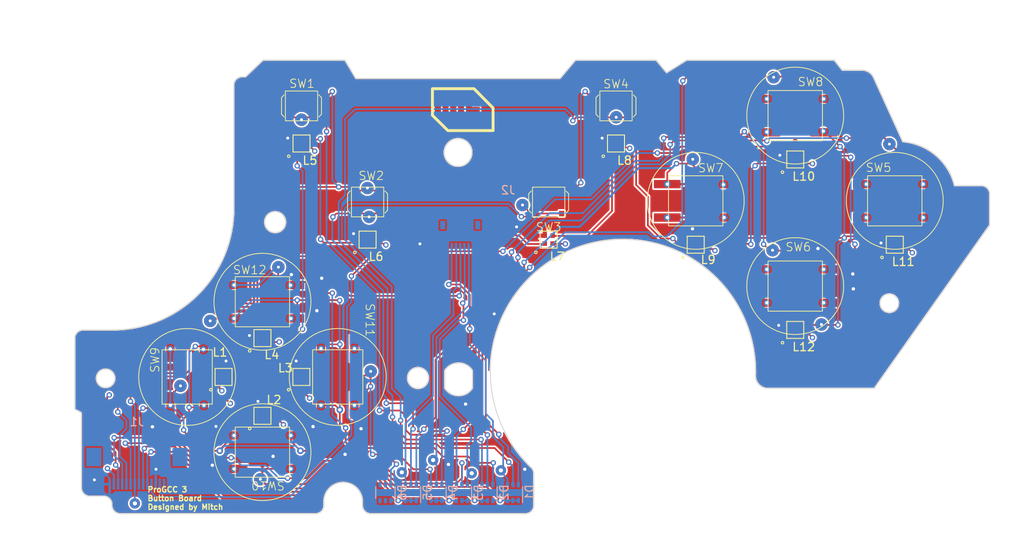
<source format=kicad_pcb>
(kicad_pcb (version 20221018) (generator pcbnew)
  (layers (0 "F.Cu" signal) (1 "In1.Cu" signal) (2 "In2.Cu" signal) (31 "B.Cu" signal) (34 "B.Paste" user) (35 "F.Paste" user) (36 "B.SilkS" user "B.Silkscreen") (37 "F.SilkS" user "F.Silkscreen") (38 "B.Mask" user) (39 "F.Mask" user) (44 "Edge.Cuts" user))
  (net 0 "")
  (net 1 "GND")
  (net 2 "+3V3")
  (net 3 "BUTTON_RGB")
  (net 4 "Push_A")
  (net 5 "Scan_C")
  (net 6 "Push_B")
  (net 7 "Scan_D")
  (net 8 "Scan_B")
  (net 9 "Push_C")
  (net 10 "Push_D")
  (net 11 "Scan_A")
  (net 12 "NFC")
  (net 13 "ZL_Pull")
  (net 14 "L_Pull")
  (net 15 "R_Pull")
  (net 16 "ZR_Pull")
  (net 17 "Plus_Pull")
  (net 18 "X_Pull")
  (net 19 "Home_Pull")
  (net 20 "Y_Pull")
  (net 21 "DU_Pull")
  (net 22 "A_Pull")
  (net 23 "DD_Pull")
  (net 24 "DR_Pull")
  (net 25 "Minus_Pull")
  (net 26 "Capture_Pull")
  (net 27 "B_Pull")
  (net 28 "NC")
  (net 29 "DL_Pull")
  (net 30 "Net-(L1-DOUT)")
  (net 31 "MENU_RGB")
  (net 32 "Net-(L2-DOUT)")
  (net 33 "Net-(L3-DOUT)")
  (net 34 "Net-(L5-DOUT)")
  (net 35 "Net-(L6-DOUT)")
  (net 36 "BPAD_RGB")
  (net 37 "Net-(L10-DIN)")
  (net 38 "Net-(L10-DOUT)")
  (net 39 "Net-(L11-DOUT)")
  (net 40 "Net-(L7-DOUT)")
  (footprint "hhl:PTS540JM035SMTRLFS" (layer "F.Cu") (at 161.748 117.986)
    (fp_text reference "SW4")
    (fp_text value " TL3315NF100Q")
  )
  (footprint "hhl:PTS540JM035SMTRLFS" (layer "F.Cu") (at 132.048 129.486)
    (fp_text reference "SW2")
    (fp_text value " TL3315NF100Q")
  )
  (footprint "hhl:SK6805-EC-15" (layer "F.Cu") (at 132.048 133.986)
    (fp_text reference "L6")
    (fp_text value "SK6805-EC-15" hide)
  )
  (footprint "hhl:PTS540JM035SMTRLFS" (layer "F.Cu") (at 124.148 117.986)
    (fp_text reference "SW1")
    (fp_text value " TL3315NF100Q")
  )
  (footprint "hhl:SK6805-EC-15" (layer "F.Cu") (at 119.478 145.771)
    (fp_text reference "L4")
    (fp_text value "SK6805-EC-15" hide)
  )
  (footprint "hhl:SK6805-EC-15" (layer "F.Cu") (at 119.478 155.071)
    (fp_text reference "L2")
    (fp_text value "SK6805-EC-15" hide)
  )
  (footprint "hhl:SK6805-EC-15" (layer "F.Cu") (at 183.178 144.796)
    (fp_text reference "L12")
    (fp_text value "SK6805-EC-15" hide)
  )
  (footprint "hhl:SK6805-EC-15" (layer "F.Cu") (at 124.148 122.486)
    (fp_text reference "L5")
    (fp_text value "SK6805-EC-15" hide)
  )
  (footprint "hhl:HHL_Logo" (layer "F.Cu") (at 142.748 118.872)
    (fp_text reference "REF**" hide)
    (fp_text value "HHL_Logo")
  )
  (footprint "hhl:SK6805-EC-15" (layer "F.Cu") (at 171.278 134.596)
    (fp_text reference "L9")
    (fp_text value "SK6805-EC-15" hide)
  )
  (footprint "hhl:EVPBT2C4A000" (layer "F.Cu") (at 119.478 159.421 180)
    (fp_text reference "SW10")
    (fp_text value "DPAD")
  )
  (footprint "hhl:SK6805-EC-15" (layer "F.Cu") (at 114.828 150.421)
    (fp_text reference "L1")
    (fp_text value "SK6805-EC-15" hide)
  )
  (footprint "hhl:SK6805-EC-15" (layer "F.Cu") (at 124.128 150.421)
    (fp_text reference "L3")
    (fp_text value "SK6805-EC-15" hide)
  )
  (footprint "hhl:SK6805-EC-15" (layer "F.Cu") (at 195.078 134.596)
    (fp_text reference "L11")
    (fp_text value "SK6805-EC-15" hide)
  )
  (footprint "hhl:SK6805-EC-15" (layer "F.Cu") (at 153.698 133.986)
    (fp_text reference "L7")
    (fp_text value "SK6805-EC-15" hide)
  )
  (footprint "hhl:EVPBT2C4A000" (layer "F.Cu") (at 171.278 129.346)
    (fp_text reference "SW7")
    (fp_text value "BPAD")
  )
  (footprint "hhl:SK6805-EC-15" (layer "F.Cu") (at 183.178 124.396)
    (fp_text reference "L10")
    (fp_text value "SK6805-EC-15" hide)
  )
  (footprint "hhl:EVPBT2C4A000" (layer "F.Cu") (at 195.078 129.346)
    (fp_text reference "SW5")
    (fp_text value "BPAD")
  )
  (footprint "hhl:EVPBT2C4A000" (layer "F.Cu") (at 183.178 139.546)
    (fp_text reference "SW6")
    (fp_text value "BPAD")
  )
  (footprint "hhl:PTS540JM035SMTRLFS" (layer "F.Cu") (at 153.698 129.486)
    (fp_text reference "SW3")
    (fp_text value " TL3315NF100Q")
  )
  (footprint "hhl:SK6805-EC-15" (layer "F.Cu") (at 161.748 122.486)
    (fp_text reference "L8")
    (fp_text value "SK6805-EC-15" hide)
  )
  (footprint "hhl:EVPBT2C4A000" (layer "F.Cu") (at 110.478 150.421 90)
    (fp_text reference "SW9")
    (fp_text value "DPAD")
  )
  (footprint "hhl:EVPBT2C4A000" (layer "F.Cu") (at 183.178 119.146)
    (fp_text reference "SW8")
    (fp_text value "BPAD")
  )
  (footprint "hhl:EVPBT2C4A000" (layer "F.Cu") (at 128.478 150.421 -90)
    (fp_text reference "SW11")
    (fp_text value "DPAD")
  )
  (footprint "hhl:EVPBT2C4A000" (layer "F.Cu") (at 119.478 141.421)
    (fp_text reference "SW12")
    (fp_text value "DPAD")
  )
  (footprint "Package_TO_SOT_SMD:SOT-363_SC-70-6" (layer "B.Cu") (at 146.37472 164.259612 90)
    (fp_text reference "D2")
    (fp_text value "BAS16VY,115")
  )
  (footprint "Package_TO_SOT_SMD:SOT-363_SC-70-6" (layer "B.Cu") (at 137.23072 164.259612 90)
    (fp_text reference "D5")
    (fp_text value "BAS16VY,115")
  )
  (footprint "Package_TO_SOT_SMD:SOT-363_SC-70-6" (layer "B.Cu") (at 140.27872 164.259612 90)
    (fp_text reference "D4")
    (fp_text value "BAS16VY,115")
  )
  (footprint "hhl:molex_5034800540" (layer "B.Cu") (at 143.123 133.296)
    (fp_text reference "J2")
    (fp_text value "bumpers")
  )
  (footprint "Package_TO_SOT_SMD:SOT-363_SC-70-6" (layer "B.Cu") (at 134.18272 164.259612 90)
    (fp_text reference "D6")
    (fp_text value "BAS16VY,115")
  )
  (footprint "Package_TO_SOT_SMD:SOT-363_SC-70-6" (layer "B.Cu") (at 143.32672 164.259612 90)
    (fp_text reference "D3")
    (fp_text value "BAS16VY,115")
  )
  (footprint "Package_TO_SOT_SMD:SOT-363_SC-70-6" (layer "B.Cu") (at 149.42272 164.259612 90)
    (fp_text reference "D1")
    (fp_text value "BAS16VY,115")
  )
  (footprint "hhl:molex_5051101492_14P" (layer "B.Cu") (at 104.46472 160.001644)
    (fp_text reference "J1")
    (fp_text value "To Button Board")
  )
  (gr_circle (center 119.478 150.421) (end 120.748 150.421) (stroke (width 0.2)) (fill solid) (layer "F.Cu"))
  (gr_circle (center 120.998 131.896) (end 122.248 131.896) (stroke (width 0.1)) (fill none) (layer "Edge.Cuts"))
  (gr_circle (center 142.868 123.556) (end 144.518 123.556) (stroke (width 0.1)) (fill none) (layer "Edge.Cuts"))
  (gr_arc (start 151.619219 161.258419) (mid 151.84757 161.588136) (end 151.928 161.981059) (stroke (width 0.1)) (layer "Edge.Cuts"))
  (gr_arc (start 205.428 127.516) (mid 206.135107 127.808893) (end 206.428 128.516) (stroke (width 0.1)) (layer "Edge.Cuts"))
  (gr_line (start 98.828 164.696) (end 100.478 164.696) (stroke (width 0.1)) (layer "Edge.Cuts"))
  (gr_line (start 116.048 115.496) (end 116.048 130.496) (stroke (width 0.1)) (layer "Edge.Cuts"))
  (gr_line (start 97.028 145.796) (end 97.028 154.15385) (stroke (width 0.1)) (layer "Edge.Cuts"))
  (gr_line (start 144.578 151.745231) (end 144.577999 149.666769) (stroke (width 0.1)) (layer "Edge.Cuts"))
  (gr_arc (start 196.048 122.266) (mid 199.986032 123.892745) (end 202.228 127.516) (stroke (width 0.1)) (layer "Edge.Cuts"))
  (gr_line (start 151.928 165.796) (end 151.928 161.981059) (stroke (width 0.1)) (layer "Edge.Cuts"))
  (gr_arc (start 100.478 164.696) (mid 101.185107 164.988893) (end 101.478 165.696) (stroke (width 0.1)) (layer "Edge.Cuts"))
  (gr_circle (center 100.728 150.586) (end 101.828 150.586) (stroke (width 0.1)) (fill none) (layer "Edge.Cuts"))
  (gr_line (start 166.548 112.496) (end 156.898 112.496) (stroke (width 0.1)) (layer "Edge.Cuts"))
  (gr_arc (start 102.478 166.796) (mid 101.770893 166.503107) (end 101.478 165.796) (stroke (width 0.1)) (layer "Edge.Cuts"))
  (gr_arc (start 179.918132 151.795999) (mid 178.857453 151.356672) (end 178.418129 150.296003) (stroke (width 0.1)) (layer "Edge.Cuts"))
  (gr_arc (start 151.928 165.796) (mid 151.635107 166.503107) (end 150.928 166.796) (stroke (width 0.1)) (layer "Edge.Cuts"))
  (gr_arc (start 97.155141 154.359568) (mid 97.06235 154.274768) (end 97.028 154.15385) (stroke (width 0.1)) (layer "Edge.Cuts"))
  (gr_line (start 156.898 112.496) (end 155.048 114.696) (stroke (width 0.1)) (layer "Edge.Cuts"))
  (gr_line (start 97.155141 154.359568) (end 97.700859 154.632432) (stroke (width 0.1)) (layer "Edge.Cuts"))
  (gr_line (start 129.348 112.496) (end 119.548 112.496) (stroke (width 0.1)) (layer "Edge.Cuts"))
  (gr_line (start 117.448 114.496) (end 117.048 114.496) (stroke (width 0.1)) (layer "Edge.Cuts"))
  (gr_line (start 101.528 144.796) (end 98.028 144.796) (stroke (width 0.1)) (layer "Edge.Cuts"))
  (gr_line (start 132.428 166.796) (end 150.928 166.796) (stroke (width 0.1)) (layer "Edge.Cuts"))
  (gr_arc (start 144.577999 151.745231) (mid 142.928 152.655999) (end 141.278001 151.745231) (stroke (width 0.1)) (layer "Edge.Cuts"))
  (gr_arc (start 126.828 165.796) (mid 126.535107 166.503107) (end 125.828 166.796) (stroke (width 0.1)) (layer "Edge.Cuts"))
  (gr_line (start 141.278 149.66677) (end 141.278 151.745231) (stroke (width 0.1)) (layer "Edge.Cuts"))
  (gr_line (start 102.478 166.796) (end 125.828 166.796) (stroke (width 0.1)) (layer "Edge.Cuts"))
  (gr_line (start 126.828 165.796) (end 126.828 165.346) (stroke (width 0.1)) (layer "Edge.Cuts"))
  (gr_arc (start 173.103119 137.956193) (mid 177.132798 143.535074) (end 178.418129 150.296003) (stroke (width 0.1)) (layer "Edge.Cuts"))
  (gr_line (start 205.428 127.516) (end 202.228 127.516) (stroke (width 0.1)) (layer "Edge.Cuts"))
  (gr_circle (center 194.428 141.596) (end 195.528 141.596) (stroke (width 0.1)) (fill none) (layer "Edge.Cuts"))
  (gr_arc (start 97.028 145.796) (mid 97.320893 145.088893) (end 98.028 144.796) (stroke (width 0.1)) (layer "Edge.Cuts"))
  (gr_line (start 97.828 154.83815) (end 97.828 163.696) (stroke (width 0.1)) (layer "Edge.Cuts"))
  (gr_arc (start 141.278 149.66677) (mid 142.927999 148.756) (end 144.577999 149.666768) (stroke (width 0.1)) (layer "Edge.Cuts"))
  (gr_line (start 119.548 112.496) (end 117.448 114.496) (stroke (width 0.1)) (layer "Edge.Cuts"))
  (gr_arc (start 151.619219 161.258419) (mid 150.922 139.060718) (end 173.103119 137.956194) (stroke (width 0.1)) (layer "Edge.Cuts"))
  (gr_arc (start 126.828 165.346) (mid 129.128 163.046) (end 131.428 165.346) (stroke (width 0.1)) (layer "Edge.Cuts"))
  (gr_arc (start 98.828 164.696) (mid 98.120893 164.403107) (end 97.828 163.696) (stroke (width 0.1)) (layer "Edge.Cuts"))
  (gr_arc (start 97.700859 154.632432) (mid 97.79365 154.717232) (end 97.828 154.83815) (stroke (width 0.1)) (layer "Edge.Cuts"))
  (gr_line (start 179.918132 151.796) (end 192.628 151.796) (stroke (width 0.1)) (layer "Edge.Cuts"))
  (gr_line (start 196.048 122.266) (end 192.547868 114.5747) (stroke (width 0.1)) (layer "Edge.Cuts"))
  (gr_line (start 192.628 151.796) (end 206.428 132.246) (stroke (width 0.1)) (layer "Edge.Cuts"))
  (gr_line (start 155.048 114.696) (end 130.648 114.696) (stroke (width 0.1)) (layer "Edge.Cuts"))
  (gr_line (start 206.428 132.246) (end 206.428 128.516) (stroke (width 0.1)) (layer "Edge.Cuts"))
  (gr_arc (start 191.1826 113.696) (mid 191.994402 113.93466) (end 192.547868 114.5747) (stroke (width 0.1)) (layer "Edge.Cuts"))
  (gr_line (start 101.478 165.696) (end 101.478 165.796) (stroke (width 0.1)) (layer "Edge.Cuts"))
  (gr_line (start 131.428 165.346) (end 131.428 165.796) (stroke (width 0.1)) (layer "Edge.Cuts"))
  (gr_line (start 191.1826 113.696) (end 188.798 113.696) (stroke (width 0.1)) (layer "Edge.Cuts"))
  (gr_line (start 188.798 113.696) (end 187.848 112.496) (stroke (width 0.1)) (layer "Edge.Cuts"))
  (gr_arc (start 132.428 166.796) (mid 131.720893 166.503107) (end 131.428 165.796) (stroke (width 0.1)) (layer "Edge.Cuts"))
  (gr_line (start 170.198 112.496) (end 167.798 113.996) (stroke (width 0.1)) (layer "Edge.Cuts"))
  (gr_arc (start 116.048 115.496) (mid 116.340893 114.788893) (end 117.048 114.496) (stroke (width 0.1)) (layer "Edge.Cuts"))
  (gr_circle (center 138.078 150.546) (end 139.328 150.546) (stroke (width 0.1)) (fill none) (layer "Edge.Cuts"))
  (gr_line (start 130.648 114.696) (end 129.348 112.496) (stroke (width 0.1)) (layer "Edge.Cuts"))
  (gr_arc (start 116.048 130.496) (mid 111.717705 140.620778) (end 101.528 144.796) (stroke (width 0.1)) (layer "Edge.Cuts"))
  (gr_line (start 167.798 113.996) (end 166.548 112.496) (stroke (width 0.1)) (layer "Edge.Cuts"))
  (gr_line (start 187.848 112.496) (end 170.198 112.496) (stroke (width 0.1)) (layer "Edge.Cuts"))
  (gr_text "ProGCC 3\nButton Board\nDesigned by Mitch" (at 105.664 166.37) (layer "F.SilkS") (effects (font (size 0.65 0.65)) (justify left bottom)))
  (segment (start 181.229174 144.250066) (end 181.198902 144.250066) (width 0.2) (layer "F.Cu") (net 1))
  (segment (start 193.705518 134.121) (end 194.603 134.121) (width 0.2) (layer "F.Cu") (net 1))
  (segment (start 153.223 133.511) (end 150.91 133.511) (width 0.2) (layer "F.Cu") (net 1))
  (segment (start 193.432979 134.393539) (end 193.705518 134.121) (width 0.2) (layer "F.Cu") (net 1))
  (segment (start 114.353 149.946) (end 114.353 149.291332) (width 0.2) (layer "F.Cu") (net 1))
  (segment (start 122.56772 121.910612) (end 122.49872 121.841612) (width 0.2) (layer "F.Cu") (net 1))
  (segment (start 160.15972 121.910612) (end 160.09072 121.841612) (width 0.2) (layer "F.Cu") (net 1))
  (segment (start 114.353 149.291332) (end 115.13272 148.511612) (width 0.2) (layer "F.Cu") (net 1))
  (segment (start 150.91 133.511) (end 149.86 132.461) (width 0.2) (layer "F.Cu") (net 1))
  (via (at 126.56272 138.605612) (size 0.8) (drill 0.4) (layers "F.Cu" "B.Cu") (net 1))
  (via (at 170.8912 132.6896) (size 0.8) (drill 0.4) (layers "F.Cu" "B.Cu") (net 1))
  (via (at 99.38472 162.735612) (size 0.65) (drill 0.35) (layers "F.Cu" "B.Cu") (net 1))
  (via (at 181.334234 123.893767) (size 0.65) (drill 0.35) (layers "F.Cu" "B.Cu") (net 1))
  (via (at 122.49872 121.841612) (size 0.65) (drill 0.35) (layers "F.Cu" "B.Cu") (net 1))
  (via (at 141.710917 160.887606) (size 0.8) (drill 0.4) (layers "F.Cu" "B.Cu") (net 1))
  (via (at 106.75072 161.465612) (size 0.65) (drill 0.35) (layers "F.Cu" "B.Cu") (net 1))
  (via (at 118.94272 153.337612) (size 0.65) (drill 0.35) (layers "F.Cu" "B.Cu") (net 1))
  (via (at 106.3244 156.385612) (size 0.8) (drill 0.4) (layers "F.Cu" "B.Cu") (net 1))
  (via (at 120.7516 159.9184) (size 0.8) (drill 0.4) (layers "F.Cu" "B.Cu") (net 1))
  (via (at 115.13272 148.511612) (size 0.65) (drill 0.35) (layers "F.Cu" "B.Cu") (net 1))
  (via (at 125.5268 156.3624) (size 0.8) (drill 0.4) (layers "F.Cu" "B.Cu") (net 1))
  (via (at 185.894937 135.051757) (size 0.8) (drill 0.4) (layers "F.Cu" "B.Cu") (net 1))
  (via (at 190.125683 139.881547) (size 0.8) (drill 0.4) (layers "F.Cu" "B.Cu") (net 1))
  (via (at 190.06272 138.097612) (size 0.8) (drill 0.4) (layers "F.Cu" "B.Cu") (net 1))
  (via (at 113.919 156.337) (size 0.65) (drill 0.35) (layers "F.Cu" "B.Cu") (net 1))
  (via (at 131.2672 156.6164) (size 0.8) (drill 0.4) (layers "F.Cu" "B.Cu") (net 1))
  (via (at 117.92672 145.463612) (size 0.65) (drill 0.35) (layers "F.Cu" "B.Cu") (net 1))
  (via (at 130.37272 133.271612) (size 0.65) (drill 0.35) (layers "F.Cu" "B.Cu") (net 1))
  (via (at 160.09072 121.841612) (size 0.65) (drill 0.35) (layers "F.Cu" "B.Cu") (net 1))
  (via (at 129.35672 159.687612) (size 0.8) (drill 0.4) (layers "F.Cu" "B.Cu") (net 1))
  (via (at 113.4872 160.9852) (size 0.8) (drill 0.4) (layers "F.Cu" "B.Cu") (net 1))
  (via (at 149.86 132.461) (size 0.65) (drill 0.35) (layers "F.Cu" "B.Cu") (net 1))
  (via (at 150.842087 161.464691) (size 0.8) (drill 0.4) (layers "F.Cu" "B.Cu") (net 1))
  (via (at 181.198902 144.250066) (size 0.65) (drill 0.35) (layers "F.Cu" "B.Cu") (net 1))
  (via (at 147.193 142.875) (size 0.65) (drill 0.35) (layers "F.Cu" "B.Cu") (net 1))
  (via (at 123.51472 148.511612) (size 0.65) (drill 0.35) (layers "F.Cu" "B.Cu") (net 1))
  (via (at 125.984 142.494) (size 0.8) (drill 0.4) (layers "F.Cu" "B.Cu") (net 1))
  (via (at 143.764 153.67) (size 0.8) (drill 0.4) (layers "F.Cu" "B.Cu") (net 1))
  (via (at 193.432979 134.393539) (size 0.65) (drill 0.35) (layers "F.Cu" "B.Cu") (net 1))
  (via (at 122.936 138.176) (size 0.8) (drill 0.4) (layers "F.Cu" "B.Cu") (net 1))
  (via (at 138.303 134.493) (size 0.65) (drill 0.35) (layers "F.Cu" "B.Cu") (net 1))
  (segment (start 106.71472 161.501612) (end 106.75072 161.465612) (width 0.2) (layer "B.Cu") (net 1))
  (segment (start 100.90872 162.227612) (end 99.89272 162.227612) (width 0.2) (layer "B.Cu") (net 1))
  (segment (start 101.21472 163.251644) (end 101.21472 162.533612) (width 0.2) (layer "B.Cu") (net 1))
  (segment (start 106.71472 163.251644) (end 106.71472 161.501612) (width 0.2) (layer "B.Cu") (net 1))
  (segment (start 99.89272 162.227612) (end 99.38472 162.735612) (width 0.2) (layer "B.Cu") (net 1))
  (segment (start 101.21472 162.533612) (end 100.90872 162.227612) (width 0.2) (layer "B.Cu") (net 1))
  (segment (start 155.693975 134.493) (end 154.379108 134.493) (width 0.2) (layer "F.Cu") (net 2))
  (segment (start 134.08 134.461) (end 132.547108 134.461) (width 0.2) (layer "F.Cu") (net 2))
  (segment (start 183.67 145.288) (end 184.807108 145.288) (width 0.2) (layer "F.Cu") (net 2))
  (segment (start 125.267175 122.936) (end 125.726872 123.395697) (width 0.2) (layer "F.Cu") (net 2))
  (segment (start 124.623 122.961) (end 124.648 122.936) (width 0.2) (layer "F.Cu") (net 2))
  (segment (start 183.671612 124.889612) (end 185.23672 124.889612) (width 0.2) (layer "F.Cu") (net 2))
  (segment (start 115.303 153.253892) (end 115.64072 153.591612) (width 0.2) (layer "F.Cu") (net 2))
  (segment (start 173.579679 135.300648) (end 173.407031 135.128) (width 0.2) (layer "F.Cu") (net 2))
  (segment (start 119.953 146.246) (end 121.462332 146.246) (width 0.2) (layer "F.Cu") (net 2))
  (segment (start 154.379108 134.493) (end 154.24672 134.360612) (width 0.2) (layer "F.Cu") (net 2))
  (segment (start 124.648 122.936) (end 125.267175 122.936) (width 0.2) (layer "F.Cu") (net 2))
  (segment (start 115.303 150.896) (end 115.303 153.253892) (width 0.2) (layer "F.Cu") (net 2))
  (segment (start 195.553 135.071) (end 196.688108 135.071) (width 0.2) (layer "F.Cu") (net 2))
  (segment (start 119.953 155.546) (end 121.405108 155.546) (width 0.2) (layer "F.Cu") (net 2))
  (segment (start 125.1204 152.9588) (end 124.603 152.4414) (width 0.2) (layer "F.Cu") (net 2))
  (segment (start 184.807108 145.288) (end 185.23672 145.717612) (width 0.2) (layer "F.Cu") (net 2))
  (segment (start 171.81 135.128) (end 171.753 135.071) (width 0.2) (layer "F.Cu") (net 2))
  (segment (start 134.239 134.62) (end 134.08 134.461) (width 0.2) (layer "F.Cu") (net 2))
  (segment (start 121.462332 146.246) (end 121.48272 146.225612) (width 0.2) (layer "F.Cu") (net 2))
  (segment (start 163.39272 123.063) (end 163.29072 122.961) (width 0.2) (layer "F.Cu") (net 2))
  (segment (start 183.653 145.271) (end 183.67 145.288) (width 0.2) (layer "F.Cu") (net 2))
  (segment (start 183.653 124.871) (end 183.671612 124.889612) (width 0.2) (layer "F.Cu") (net 2))
  (segment (start 124.603 152.4414) (end 124.603 150.978472) (width 0.2) (layer "F.Cu") (net 2))
  (segment (start 196.688108 135.071) (end 197.17472 135.557612) (width 0.2) (layer "F.Cu") (net 2))
  (segment (start 163.29072 122.961) (end 162.223 122.961) (width 0.2) (layer "F.Cu") (net 2))
  (segment (start 121.405108 155.546) (end 121.99072 156.131612) (width 0.2) (layer "F.Cu") (net 2))
  (segment (start 173.407031 135.128) (end 171.81 135.128) (width 0.2) (layer "F.Cu") (net 2))
  (via (at 100.946952 161.373173) (size 0.65) (drill 0.35) (layers "F.Cu" "B.Cu") (net 2))
  (via (at 115.64072 153.591612) (size 0.65) (drill 0.35) (layers "F.Cu" "B.Cu") (net 2))
  (via (at 121.99072 156.131612) (size 0.65) (drill 0.35) (layers "F.Cu" "B.Cu") (net 2))
  (via (at 185.23672 145.717612) (size 0.65) (drill 0.35) (layers "F.Cu" "B.Cu") (net 2))
  (via (at 125.1204 152.9588) (size 0.65) (drill 0.35) (layers "F.Cu" "B.Cu") (net 2))
  (via (at 125.726872 123.395697) (size 0.65) (drill 0.35) (layers "F.Cu" "B.Cu") (net 2))
  (via (at 155.693975 134.493) (size 0.65) (drill 0.35) (layers "F.Cu" "B.Cu") (net 2))
  (via (at 173.579679 135.300648) (size 0.65) (drill 0.35) (layers "F.Cu" "B.Cu") (net 2))
  (via (at 163.39272 123.063) (size 0.65) (drill 0.35) (layers "F.Cu" "B.Cu") (net 2))
  (via (at 197.17472 135.557612) (size 0.65) (drill 0.35) (layers "F.Cu" "B.Cu") (net 2))
  (via (at 121.48272 146.225612) (size 0.65) (drill 0.35) (layers "F.Cu" "B.Cu") (net 2))
  (via (at 185.23672 124.889612) (size 0.65) (drill 0.35) (layers "F.Cu" "B.Cu") (net 2))
  (via (at 134.239 134.62) (size 0.65) (drill 0.35) (layers "F.Cu" "B.Cu") (net 2))
  (segment (start 101.71472 162.140941) (end 100.946952 161.373173) (width 0.2) (layer "B.Cu") (net 2))
  (segment (start 101.71472 163.251644) (end 101.71472 162.140941) (width 0.2) (layer "B.Cu") (net 2))
  (segment (start 100.90872 152.829612) (end 101.16272 152.575612) (width 0.2) (layer "F.Cu") (net 3))
  (segment (start 100.90872 158.417612) (end 100.90872 152.829612) (width 0.2) (layer "F.Cu") (net 3))
  (segment (start 114.62472 152.067612) (end 114.353 151.795892) (width 0.2) (layer "F.Cu") (net 3))
  (segment (start 101.92472 160.957612) (end 101.92472 159.433612) (width 0.2) (layer "F.Cu") (net 3))
  (segment (start 101.92472 159.433612) (end 100.90872 158.417612) (width 0.2) (layer "F.Cu") (net 3))
  (segment (start 114.353 151.795892) (end 114.353 150.896) (width 0.2) (layer "F.Cu") (net 3))
  (via (at 101.92472 160.957612) (size 0.65) (drill 0.35) (layers "F.Cu" "B.Cu") (net 3))
  (via (at 114.62472 152.067612) (size 0.65) (drill 0.35) (layers "F.Cu" "B.Cu") (net 3))
  (via (at 101.16272 152.575612) (size 0.65) (drill 0.35) (layers "F.Cu" "B.Cu") (net 3))
  (segment (start 102.21472 163.251644) (end 102.21472 161.247612) (width 0.2) (layer "B.Cu") (net 3))
  (segment (start 102.21472 161.247612) (end 101.92472 160.957612) (width 0.2) (layer "B.Cu") (net 3))
  (segment (start 146.269509 163.580401) (end 147.89872 165.209612) (width 0.2) (layer "F.Cu") (net 4))
  (segment (start 124.741588 163.751612) (end 127.238127 161.255073) (width 0.2) (layer "F.Cu") (net 4))
  (segment (start 115.13272 163.751612) (end 124.741588 163.751612) (width 0.2) (layer "F.Cu") (net 4))
  (segment (start 101.747324 157.686249) (end 109.067357 157.686249) (width 0.2) (layer "F.Cu") (net 4))
  (segment (start 109.067357 157.686249) (end 115.13272 163.751612) (width 0.2) (layer "F.Cu") (net 4))
  (segment (start 127.238127 161.255073) (end 133.646082 161.255073) (width 0.2) (layer "F.Cu") (net 4))
  (segment (start 135.97141 163.580401) (end 146.269509 163.580401) (width 0.2) (layer "F.Cu") (net 4))
  (segment (start 133.646082 161.255073) (end 135.97141 163.580401) (width 0.2) (layer "F.Cu") (net 4))
  (via (at 147.89872 165.209612) (size 0.65) (drill 0.35) (layers "F.Cu" "B.Cu") (net 4))
  (via (at 101.747324 157.686249) (size 0.65) (drill 0.35) (layers "F.Cu" "B.Cu") (net 4))
  (segment (start 147.02472 165.209612) (end 148.77272 165.209612) (width 0.2) (layer "B.Cu") (net 4))
  (segment (start 150.07272 165.209612) (end 149.42272 165.209612) (width 0.2) (layer "B.Cu") (net 4))
  (segment (start 102.149877 160.224455) (end 101.747324 159.821902) (width 0.2) (layer "B.Cu") (net 4))
  (segment (start 102.71472 160.789298) (end 102.149877 160.224455) (width 0.2) (layer "B.Cu") (net 4))
  (segment (start 149.42272 165.209612) (end 148.77272 165.209612) (width 0.2) (layer "B.Cu") (net 4))
  (segment (start 101.747324 159.821902) (end 101.747324 157.686249) (width 0.2) (layer "B.Cu") (net 4))
  (segment (start 102.71472 163.251644) (end 102.71472 160.789298) (width 0.2) (layer "B.Cu") (net 4))
  (segment (start 110.2868 144.4244) (end 113.0808 141.6304) (width 0.2) (layer "F.Cu") (net 5))
  (segment (start 118.4656 134.14589) (end 118.68872 133.92277) (width 0.2) (layer "F.Cu") (net 5))
  (segment (start 113.0808 141.6304) (end 118.306314 141.6304) (width 0.2) (layer "F.Cu") (net 5))
  (segment (start 158.416108 116.611) (end 163.298 116.611) (width 0.2) (layer "F.Cu") (net 5))
  (segment (start 102.20412 151.94828) (end 104.1908 149.9616) (width 0.2) (layer "F.Cu") (net 5))
  (segment (start 122.598 116.611) (end 127.475332 116.611) (width 0.2) (layer "F.Cu") (net 5))
  (segment (start 129.770612 127.683612) (end 130.2046 128.1176) (width 0.2) (layer "F.Cu") (net 5))
  (segment (start 109.6264 149.9616) (end 110.2868 149.3012) (width 0.2) (layer "F.Cu") (net 5))
  (segment (start 158.05872 116.253612) (end 158.416108 116.611) (width 0.2) (layer "F.Cu") (net 5))
  (segment (start 102.17872 151.94828) (end 102.20412 151.94828) (width 0.2) (layer "F.Cu") (net 5))
  (segment (start 102.17872 154.607612) (end 102.17872 151.94828) (width 0.2) (layer "F.Cu") (net 5))
  (segment (start 118.68872 133.92277) (end 118.68872 129.969612) (width 0.2) (layer "F.Cu") (net 5))
  (segment (start 118.4656 141.471114) (end 118.4656 134.14589) (width 0.2) (layer "F.Cu") (net 5))
  (segment (start 128.59472 127.683612) (end 129.770612 127.683612) (width 0.2) (layer "F.Cu") (net 5))
  (segment (start 118.68872 129.969612) (end 120.97472 127.683612) (width 0.2) (layer "F.Cu") (net 5))
  (segment (start 130.2046 128.1176) (end 156.608732 128.1176) (width 0.2) (layer "F.Cu") (net 5))
  (segment (start 110.2868 149.3012) (end 110.2868 144.4244) (width 0.2) (layer "F.Cu") (net 5))
  (segment (start 156.608732 128.1176) (end 157.55072 127.175612) (width 0.2) (layer "F.Cu") (net 5))
  (segment (start 118.306314 141.6304) (end 118.4656 141.471114) (width 0.2) (layer "F.Cu") (net 5))
  (segment (start 127.475332 116.611) (end 127.83272 116.253612) (width 0.2) (layer "F.Cu") (net 5))
  (segment (start 104.1908 149.9616) (end 109.6264 149.9616) (width 0.2) (layer "F.Cu") (net 5))
  (segment (start 120.97472 127.683612) (end 128.59472 127.683612) (width 0.2) (layer "F.Cu") (net 5))
  (via (at 102.17872 154.607612) (size 0.65) (drill 0.35) (layers "F.Cu" "B.Cu") (net 5))
  (via (at 158.05872 116.253612) (size 0.65) (drill 0.35) (layers "F.Cu" "B.Cu") (net 5))
  (via (at 157.55072 127.175612) (size 0.65) (drill 0.35) (layers "F.Cu" "B.Cu") (net 5))
  (via (at 127.83272 116.253612) (size 0.65) (drill 0.35) (layers "F.Cu" "B.Cu") (net 5))
  (via (at 132.0292 127.8128) (size 1.5) (drill 0.35) (layers "F.Cu" "B.Cu") (net 5))
  (via (at 128.59472 127.683612) (size 0.65) (drill 0.35) (layers "F.Cu" "B.Cu") (net 5))
  (segment (start 157.55072 127.175612) (end 157.55072 116.761612) (width 0.2) (layer "B.Cu") (net 5))
  (segment (start 102.43272 157.401612) (end 102.43272 159.941612) (width 0.2) (layer "B.Cu") (net 5))
  (segment (start 127.83272 116.253612) (end 127.83272 126.921612) (width 0.2) (layer "B.Cu") (net 5))
  (segment (start 102.17872 154.607612) (end 103.21472 155.643612) (width 0.2) (layer "B.Cu") (net 5))
  (segment (start 127.83272 126.921612) (end 128.59472 127.683612) (width 0.2) (layer "B.Cu") (net 5))
  (segment (start 102.43272 159.941612) (end 103.21472 160.723612) (width 0.2) (layer "B.Cu") (net 5))
  (segment (start 103.21472 155.643612) (end 103.21472 156.619612) (width 0.2) (layer "B.Cu") (net 5))
  (segment (start 103.21472 156.619612) (end 102.43272 157.401612) (width 0.2) (layer "B.Cu") (net 5))
  (segment (start 157.55072 116.761612) (end 158.05872 116.253612) (width 0.2) (layer "B.Cu") (net 5))
  (segment (start 103.21472 160.723612) (end 103.21472 163.251644) (width 0.2) (layer "B.Cu") (net 5))
  (segment (start 143.64672 164.005612) (end 144.85072 165.209612) (width 0.2) (layer "F.Cu") (net 6))
  (segment (start 109.164252 158.34883) (end 114.970166 164.154744) (width 0.2) (layer "F.Cu") (net 6))
  (segment (start 103.080657 158.34883) (end 109.164252 158.34883) (width 0.2) (layer "F.Cu") (net 6))
  (segment (start 133.495104 161.669781) (end 135.830935 164.005612) (width 0.2) (layer "F.Cu") (net 6))
  (segment (start 114.970166 164.154744) (end 124.948056 164.154744) (width 0.2) (layer "F.Cu") (net 6))
  (segment (start 127.433019 161.669781) (end 133.495104 161.669781) (width 0.2) (layer "F.Cu") (net 6))
  (segment (start 135.830935 164.005612) (end 143.64672 164.005612) (width 0.2) (layer "F.Cu") (net 6))
  (segment (start 124.948056 164.154744) (end 127.433019 161.669781) (width 0.2) (layer "F.Cu") (net 6))
  (via (at 103.080657 158.34883) (size 0.65) (drill 0.35) (layers "F.Cu" "B.Cu") (net 6))
  (via (at 144.85072 165.209612) (size 0.65) (drill 0.35) (layers "F.Cu" "B.Cu") (net 6))
  (segment (start 146.37472 165.209612) (end 145.72472 165.209612) (width 0.2) (layer "B.Cu") (net 6))
  (segment (start 143.97672 165.209612) (end 143.32672 165.209612) (width 0.2) (layer "B.Cu") (net 6))
  (segment (start 103.71472 158.982893) (end 103.080657 158.34883) (width 0.2) (layer "B.Cu") (net 6))
  (segment (start 103.71472 163.251644) (end 103.71472 158.982893) (width 0.2) (layer "B.Cu") (net 6))
  (segment (start 145.72472 165.209612) (end 143.97672 165.209612) (width 0.2) (layer "B.Cu") (net 6))
  (segment (start 129.944055 140.716947) (end 143.00905 140.716947) (width 0.2) (layer "F.Cu") (net 7))
  (segment (start 109.982 150.368) (end 110.744 149.606) (width 0.2) (layer "F.Cu") (net 7))
  (segment (start 118.872 141.6304) (end 118.872 137.047667) (width 0.2) (layer "F.Cu") (net 7))
  (segment (start 110.744 144.5768) (end 113.284 142.0368) (width 0.2) (layer "F.Cu") (net 7))
  (segment (start 125.207975 135.980867) (end 129.944055 140.716947) (width 0.2) (layer "F.Cu") (net 7))
  (segment (start 103.70272 151.05928) (end 104.394 150.368) (width 0.2) (layer "F.Cu") (net 7))
  (segment (start 113.284 142.0368) (end 118.4656 142.0368) (width 0.2) (layer "F.Cu") (net 7))
  (segment (start 104.394 150.368) (end 109.982 150.368) (width 0.2) (layer "F.Cu") (net 7))
  (segment (start 103.70272 153.337612) (end 103.70272 151.05928) (width 0.2) (layer "F.Cu") (net 7))
  (segment (start 118.872 137.047667) (end 119.9388 135.980867) (width 0.2) (layer "F.Cu") (net 7))
  (segment (start 118.4656 142.0368) (end 118.872 141.6304) (width 0.2) (layer "F.Cu") (net 7))
  (segment (start 110.744 149.606) (end 110.744 144.5768) (width 0.2) (layer "F.Cu") (net 7))
  (segment (start 119.9388 135.980867) (end 125.207975 135.980867) (width 0.2) (layer "F.Cu") (net 7))
  (via (at 103.70272 153.337612) (size 0.65) (drill 0.35) (layers "F.Cu" "B.Cu") (net 7))
  (via (at 104.227219 165.552532) (size 1.25) (drill 0.5) (layers "F.Cu" "B.Cu") (net 7))
  (via (at 143.00905 140.716947) (size 0.65) (drill 0.35) (layers "F.Cu" "B.Cu") (net 7))
  (segment (start 143.16162 134.93462) (end 143.16162 140.564377) (width 0.2) (layer "B.Cu") (net 7))
  (segment (start 103.70272 153.337612) (end 104.21472 153.849612) (width 0.2) (layer "B.Cu") (net 7))
  (segment (start 104.21472 165.42872) (end 104.267 165.481) (width 0.2) (layer "B.Cu") (net 7))
  (segment (start 143.16162 140.564377) (end 143.00905 140.716947) (width 0.2) (layer "B.Cu") (net 7))
  (segment (start 143.123 134.896) (end 143.16162 134.93462) (width 0.2) (layer "B.Cu") (net 7))
  (segment (start 104.21472 163.251644) (end 104.21472 165.42872) (width 0.2) (layer "B.Cu") (net 7))
  (segment (start 104.21472 153.849612) (end 104.21472 163.251644) (width 0.2) (layer "B.Cu") (net 7))
  (segment (start 128.195288 153.821) (end 126.478 153.821) (width 0.2) (layer "F.Cu") (net 8))
  (segment (start 113.050002 159.253572) (end 110.706298 156.909868) (width 0.2) (layer "F.Cu") (net 8))
  (segment (start 128.736649 146.5247) (end 126.9743 146.5247) (width 0.2) (layer "F.Cu") (net 8))
  (segment (start 128.7279 157.806787) (end 127.281115 159.253572) (width 0.2) (layer "F.Cu") (net 8))
  (segment (start 114.37072 159.253572) (end 114.37072 159.12828) (width 0.2) (layer "F.Cu") (net 8))
  (segment (start 112.23336 154.06564) (end 112.478 153.821) (width 0.2) (layer "F.Cu") (net 8))
  (segment (start 110.706298 154.686) (end 110.706298 154.06564) (width 0.2) (layer "F.Cu") (net 8))
  (segment (start 112.478 147.0592) (end 112.4204 147.1168) (width 0.25) (layer "F.Cu") (net 8))
  (segment (start 123.638935 142.660065) (end 122.878 143.421) (width 0.2) (layer "F.Cu") (net 8))
  (segment (start 110.706298 154.774502) (end 110.706298 154.686) (width 0.2) (layer "F.Cu") (net 8))
  (segment (start 114.37072 159.253572) (end 113.050002 159.253572) (width 0.2) (layer "F.Cu") (net 8))
  (segment (start 122.878 158.108852) (end 122.878 157.421) (width 0.2) (layer "F.Cu") (net 8))
  (segment (start 109.474 156.0068) (end 110.706298 154.774502) (width 0.2) (layer "F.Cu") (net 8))
  (segment (start 123.638935 141.228354) (end 123.638935 142.660065) (width 0.2) (layer "F.Cu") (net 8))
  (segment (start 128.7279 154.353612) (end 128.7279 157.806787) (width 0.2) (layer "F.Cu") (net 8))
  (segment (start 127.281115 159.253572) (end 124.02272 159.253572) (width 0.2) (layer "F.Cu") (net 8))
  (segment (start 112.478 147.021) (end 112.478 147.0592) (width 0.25) (layer "F.Cu") (net 8))
  (segment (start 114.37072 159.12828) (end 116.078 157.421) (width 0.2) (layer "F.Cu") (net 8))
  (segment (start 107.5436 156.0068) (end 109.474 156.0068) (width 0.2) (layer "F.Cu") (net 8))
  (segment (start 111.4552 146.7612) (end 112.0648 146.7612) (width 0.2) (layer "F.Cu") (net 8))
  (segment (start 113.5254 143.421) (end 116.078 143.421) (width 0.25) (layer "F.Cu") (net 8))
  (segment (start 105.690463 154.153663) (end 107.5436 156.0068) (width 0.2) (layer "F.Cu") (net 8))
  (segment (start 110.706298 156.909868) (end 110.706298 154.686) (width 0.2) (layer "F.Cu") (net 8))
  (segment (start 110.706298 154.06564) (end 112.23336 154.06564) (width 0.2) (layer "F.Cu") (net 8))
  (segment (start 124.02272 159.253572) (end 122.878 158.108852) (width 0.2) (layer "F.Cu") (net 8))
  (segment (start 123.638935 141.228354) (end 128.675372 141.228354) (width 0.2) (layer "F.Cu") (net 8))
  (segment (start 105.199223 154.153663) (end 105.690463 154.153663) (width 0.2) (layer "F.Cu") (net 8))
  (segment (start 112.0648 146.7612) (end 112.4204 147.1168) (width 0.2) (layer "F.Cu") (net 8))
  (segment (start 126.9743 146.5247) (end 126.478 147.021) (width 0.2) (layer "F.Cu") (net 8))
  (segment (start 128.675372 141.228354) (end 128.714653 141.267635) (width 0.2) (layer "F.Cu") (net 8))
  (segment (start 128.7279 154.353612) (end 128.195288 153.821) (width 0.2) (layer "F.Cu") (net 8))
  (segment (start 113.2332 143.7132) (end 113.5254 143.421) (width 0.25) (layer "F.Cu") (net 8))
  (via (at 128.7279 154.353612) (size 0.8) (drill 0.4) (layers "F.Cu" "B.Cu") (net 8))
  (via (at 105.199223 154.153663) (size 0.65) (drill 0.35) (layers "F.Cu" "B.Cu") (net 8))
  (via (at 122.878 143.421) (size 0.8) (drill 0.4) (layers "F.Cu" "B.Cu") (net 8))
  (via (at 111.4552 146.7612) (size 0.65) (drill 0.35) (layers "F.Cu" "B.Cu") (net 8))
  (via (at 112.4204 147.1168) (size 0.8) (drill 0.4) (layers "F.Cu" "B.Cu") (net 8))
  (via (at 126.478 147.021) (size 0.8) (drill 0.4) (layers "F.Cu" "B.Cu") (net 8))
  (via (at 126.478 153.821) (size 0.8) (drill 0.4) (layers "F.Cu" "B.Cu") (net 8))
  (via (at 128.736649 146.5247) (size 0.65) (drill 0.35) (layers "F.Cu" "B.Cu") (net 8))
  (via (at 116.078 157.421) (size 0.8) (drill 0.4) (layers "F.Cu" "B.Cu") (net 8))
  (via (at 113.2332 143.7132) (size 1.5) (drill 0.35) (layers "F.Cu" "B.Cu") (net 8))
  (via (at 112.478 153.821) (size 0.8) (drill 0.4) (layers "F.Cu" "B.Cu") (net 8))
  (via (at 124.02272 159.253572) (size 0.8) (drill 0.4) (layers "F.Cu" "B.Cu") (net 8))
  (via (at 123.638935 141.228354) (size 0.65) (drill 0.35) (layers "F.Cu" "B.Cu") (net 8))
  (via (at 116.078 143.421) (size 0.8) (drill 0.4) (layers "F.Cu" "B.Cu") (net 8))
  (via (at 128.714653 141.267635) (size 0.65) (drill 0.35) (layers "F.Cu" "B.Cu") (net 8))
  (via (at 114.37072 159.253572) (size 0.8) (drill 0.4) (layers "F.Cu" "B.Cu") (net 8))
  (via (at 122.878 157.421) (size 0.8) (drill 0.4) (layers "F.Cu" "B.Cu") (net 8))
  (via (at 110.706298 154.06564) (size 0.65) (drill 0.35) (layers "F.Cu" "B.Cu") (net 8))
  (segment (start 128.714653 141.267635) (end 128.714653 146.502704) (width 0.2) (layer "B.Cu") (net 8))
  (segment (start 104.71472 154.638166) (end 104.71472 163.251644) (width 0.2) (layer "B.Cu") (net 8))
  (segment (start 116.078 143.421) (end 118.270646 141.228354) (width 0.2) (layer "B.Cu") (net 8))
  (segment (start 128.714653 146.502704) (end 128.736649 146.5247) (width 0.2) (layer "B.Cu") (net 8))
  (segment (start 111.4552 146.7612) (end 110.7279 147.4885) (width 0.2) (layer "B.Cu") (net 8))
  (segment (start 123.44076 158.671612) (end 114.95268 158.671612) (width 0.2) (layer "B.Cu") (net 8))
  (segment (start 118.270646 141.228354) (end 123.638935 141.228354) (width 0.2) (layer "B.Cu") (net 8))
  (segment (start 114.95268 158.671612) (end 114.37072 159.253572) (width 0.2) (layer "B.Cu") (net 8))
  (segment (start 105.199223 154.153663) (end 104.71472 154.638166) (width 0.2) (layer "B.Cu") (net 8))
  (segment (start 124.02272 159.253572) (end 123.44076 158.671612) (width 0.2) (layer "B.Cu") (net 8))
  (segment (start 110.7279 154.044038) (end 110.706298 154.06564) (width 0.2) (layer "B.Cu") (net 8))
  (segment (start 128.736649 154.344863) (end 128.7279 154.353612) (width 0.2) (layer "B.Cu") (net 8))
  (segment (start 128.736649 146.5247) (end 128.736649 154.344863) (width 0.2) (layer "B.Cu") (net 8))
  (segment (start 110.7279 147.4885) (end 110.7279 154.044038) (width 0.2) (layer "B.Cu") (net 8))
  (segment (start 135.764406 164.513612) (end 133.332406 162.081612) (width 0.2) (layer "F.Cu") (net 9))
  (segment (start 108.998566 158.74883) (end 105.584616 158.74883) (width 0.2) (layer "F.Cu") (net 9))
  (segment (start 105.584616 158.74883) (end 105.357449 158.975997) (width 0.2) (layer "F.Cu") (net 9))
  (segment (start 133.332406 162.081612) (end 127.608298 162.081612) (width 0.2) (layer "F.Cu") (net 9))
  (segment (start 141.10672 164.513612) (end 135.764406 164.513612) (width 0.2) (layer "F.Cu") (net 9))
  (segment (start 125.120458 164.569452) (end 114.819188 164.569452) (width 0.2) (layer "F.Cu") (net 9))
  (segment (start 114.819188 164.569452) (end 108.998566 158.74883) (width 0.2) (layer "F.Cu") (net 9))
  (segment (start 141.80272 165.209612) (end 141.10672 164.513612) (width 0.2) (layer "F.Cu") (net 9))
  (segment (start 127.608298 162.081612) (end 125.120458 164.569452) (width 0.2) (layer "F.Cu") (net 9))
  (via (at 105.357449 158.975997) (size 0.65) (drill 0.35) (layers "F.Cu" "B.Cu") (net 9))
  (via (at 141.80272 165.209612) (size 0.65) (drill 0.35) (layers "F.Cu" "B.Cu") (net 9))
  (segment (start 105.21472 159.118726) (end 105.21472 163.251644) (width 0.2) (layer "B.Cu") (net 9))
  (segment (start 140.27872 165.209612) (end 139.62872 165.209612) (width 0.2) (layer "B.Cu") (net 9))
  (segment (start 140.92872 165.209612) (end 140.27872 165.209612) (width 0.2) (layer "B.Cu") (net 9))
  (segment (start 105.357449 158.975997) (end 105.21472 159.118726) (width 0.2) (layer "B.Cu") (net 9))
  (segment (start 142.67672 165.209612) (end 140.92872 165.209612) (width 0.2) (layer "B.Cu") (net 9))
  (segment (start 135.70672 165.021612) (end 135.70672 165.209612) (width 0.2) (layer "F.Cu") (net 10))
  (segment (start 133.16672 162.481612) (end 135.70672 165.021612) (width 0.2) (layer "F.Cu") (net 10))
  (segment (start 114.656978 164.972928) (end 125.28719 164.972928) (width 0.2) (layer "F.Cu") (net 10))
  (segment (start 127.778506 162.481612) (end 133.16672 162.481612) (width 0.2) (layer "F.Cu") (net 10))
  (segment (start 109.064881 159.380831) (end 114.656978 164.972928) (width 0.2) (layer "F.Cu") (net 10))
  (segment (start 125.28719 164.972928) (end 127.778506 162.481612) (width 0.2) (layer "F.Cu") (net 10))
  (segment (start 106.157243 159.380831) (end 109.064881 159.380831) (width 0.2) (layer "F.Cu") (net 10))
  (via (at 135.70672 165.209612) (size 0.65) (drill 0.35) (layers "F.Cu" "B.Cu") (net 10))
  (via (at 106.157243 159.380831) (size 0.65) (drill 0.35) (layers "F.Cu" "B.Cu") (net 10))
  (segment (start 134.83272 165.209612) (end 136.58072 165.209612) (width 0.2) (layer "B.Cu") (net 10))
  (segment (start 137.23072 165.209612) (end 136.58072 165.209612) (width 0.2) (layer "B.Cu") (net 10))
  (segment (start 137.88072 165.209612) (end 137.23072 165.209612) (width 0.2) (layer "B.Cu") (net 10))
  (segment (start 105.71472 163.251644) (end 105.71472 159.823354) (width 0.2) (layer "B.Cu") (net 10))
  (segment (start 105.71472 159.823354) (end 106.157243 159.380831) (width 0.2) (layer "B.Cu") (net 10))
  (segment (start 183.36 142.522) (end 184.336 141.546) (width 0.2) (layer "F.Cu") (net 11))
  (segment (start 184.25397 123.01597) (end 183.178 121.94) (width 0.2) (layer "F.Cu") (net 11))
  (segment (start 186.5376 121.0056) (end 179.8828 121.0056) (width 0.25) (layer "F.Cu") (net 11))
  (segment (start 182.384 141.546) (end 179.778 141.546) (width 0.2) (layer "F.Cu") (net 11))
  (segment (start 186.827108 121.146) (end 186.578 121.146) (width 0.2) (layer "F.Cu") (net 11))
  (segment (start 148.228722 135.386049) (end 133.084283 135.386049) (width 0.2) (layer "F.Cu") (net 11))
  (segment (start 188.53872 122.857612) (end 186.827108 121.146) (width 0.2) (layer "F.Cu") (net 11))
  (segment (start 173.80672 133.779612) (end 189.04672 133.779612) (width 0.2) (layer "F.Cu") (net 11))
  (segment (start 169.48872 122.857612) (end 168.72672 123.619612) (width 0.2) (layer "F.Cu") (net 11))
  (segment (start 188.380362 123.01597) (end 184.25397 123.01597) (width 0.2) (layer "F.Cu") (net 11))
  (segment (start 195.8162 131.4018) (end 195.7604 131.346) (width 0.2) (layer "F.Cu") (net 11))
  (segment (start 179.778 121.1104) (end 179.7812 121.1072) (width 0.25) (layer "F.Cu") (net 11))
  (segment (start 188.28472 144.193612) (end 185.031612 144.193612) (width 0.2) (layer "F.Cu") (net 11))
  (segment (start 195.8162 131.4018) (end 195.872 131.346) (width 0.2) (layer "F.Cu") (net 11))
  (segment (start 188.53872 122.857612) (end 188.380362 123.01597) (width 0.2) (layer "F.Cu") (net 11))
  (segment (start 184.336 141.546) (end 186.578 141.546) (width 0.2) (layer "F.Cu") (net 11))
  (segment (start 186.578 121.046) (end 186.5376 121.0056) (width 0.25) (layer "F.Cu") (net 11))
  (segment (start 195.7604 131.346) (end 191.678 131.346) (width 0.2) (layer "F.Cu") (net 11))
  (segment (start 179.8828 121.0056) (end 179.7812 121.1072) (width 0.25) (layer "F.Cu") (net 11))
  (segment (start 195.872 131.346) (end 198.478 131.346) (width 0.2) (layer "F.Cu") (net 11))
  (segment (start 183.36 142.522) (end 182.384 141.546) (width 0.2) (layer "F.Cu") (net 11))
  (segment (start 182.260388 122.857612) (end 169.48872 122.857612) (width 0.2) (layer "F.Cu") (net 11))
  (segment (start 189.241047 133.585285) (end 193.632715 133.585285) (width 0.2) (layer "F.Cu") (net 11))
  (segment (start 172.51862 132.491512) (end 173.80672 133.779612) (width 0.2) (layer "F.Cu") (net 11))
  (segment (start 189.04672 133.779612) (end 189.241047 133.585285) (width 0.2) (layer "F.Cu") (net 11))
  (segment (start 168.72672 123.619612) (end 166.69472 123.619612) (width 0.2) (layer "F.Cu") (net 11))
  (segment (start 133.084283 135.386049) (end 130.11872 138.351612) (width 0.2) (layer "F.Cu") (net 11))
  (segment (start 173.664132 131.346) (end 172.51862 132.491512) (width 0.25) (layer "F.Cu") (net 11))
  (segment (start 185.031612 144.193612) (end 183.36 142.522) (width 0.2) (layer "F.Cu") (net 11))
  (segment (start 193.632715 133.585285) (end 195.8162 131.4018) (width 0.2) (layer "F.Cu") (net 11))
  (segment (start 174.678 131.346) (end 173.664132 131.346) (width 0.25) (layer "F.Cu") (net 11))
  (segment (start 183.178 121.94) (end 182.260388 122.857612) (width 0.2) (layer "F.Cu") (net 11))
  (segment (start 174.678 131.346) (end 167.878 131.346) (width 0.25) (layer "F.Cu") (net 11))
  (segment (start 179.778 121.146) (end 179.778 121.1104) (width 0.25) (layer "F.Cu") (net 11))
  (segment (start 186.578 121.146) (end 186.578 121.046) (width 0.25) (layer "F.Cu") (net 11))
  (via (at 186.309 144.145) (size 1.5) (drill 0.35) (layers "F.Cu" "B.Cu") (net 11))
  (via (at 179.778 141.546) (size 0.8) (drill 0.4) (layers "F.Cu" "B.Cu") (net 11))
  (via (at 186.578 141.546) (size 0.8) (drill 0.4) (layers "F.Cu" "B.Cu") (net 11))
  (via (at 186.5376 121.0056) (size 0.8) (drill 0.4) (layers "F.Cu" "B.Cu") (net 11))
  (via (at 188.28472 144.193612) (size 0.65) (drill 0.35) (layers "F.Cu" "B.Cu") (net 11))
  (via (at 148.228722 135.386049) (size 0.65) (drill 0.35) (layers "F.Cu" "B.Cu") (net 11))
  (via (at 188.53872 122.857612) (size 0.65) (drill 0.35) (layers "F.Cu" "B.Cu") (net 11))
  (via (at 191.678 131.346) (size 0.8) (drill 0.4) (layers "F.Cu" "B.Cu") (net 11))
  (via (at 130.11872 138.351612) (size 0.65) (drill 0.35) (layers "F.Cu" "B.Cu") (net 11))
  (via (at 179.7812 121.1072) (size 0.8) (drill 0.4) (layers "F.Cu" "B.Cu") (net 11))
  (via (at 189.04672 133.779612) (size 0.65) (drill 0.35) (layers "F.Cu" "B.Cu") (net 11))
  (via (at 198.478 131.346) (size 0.8) (drill 0.4) (layers "F.Cu" "B.Cu") (net 11))
  (via (at 174.678 131.346) (size 0.8) (drill 0.4) (layers "F.Cu" "B.Cu") (net 11))
  (via (at 167.878 131.346) (size 0.8) (drill 0.4) (layers "F.Cu" "B.Cu") (net 11))
  (via (at 166.69472 123.619612) (size 0.65) (drill 0.35) (layers "F.Cu" "B.Cu") (net 11))
  (segment (start 130.11872 141.45808) (end 130.11872 138.351612) (width 0.2) (layer "B.Cu") (net 11))
  (segment (start 154.455771 129.159) (end 148.228722 135.386049) (width 0.2) (layer "B.Cu") (net 11))
  (segment (start 158.8262 129.159) (end 154.455771 129.159) (width 0.2) (layer "B.Cu") (net 11))
  (segment (start 129.5908 155.2448) (end 129.5908 141.986) (width 0.2) (layer "B.Cu") (net 11))
  (segment (start 130.11872 155.77272) (end 129.5908 155.2448) (width 0.2) (layer "B.Cu") (net 11))
  (segment (start 189.04672 123.365612) (end 188.53872 122.857612) (width 0.2) (layer "B.Cu") (net 11))
  (segment (start 164.365588 123.619612) (end 158.8262 129.159) (width 0.2) (layer "B.Cu") (net 11))
  (segment (start 106.21472 164.231612) (end 106.75072 164.767612) (width 0.2) (layer "B.Cu") (net 11))
  (segment (start 129.5908 141.986) (end 130.11872 141.45808) (width 0.2) (layer "B.Cu") (net 11))
  (segment (start 106.75072 164.767612) (end 122.75272 164.767612) (width 0.2) (layer "B.Cu") (net 11))
  (segment (start 122.75272 164.767612) (end 130.11872 157.401612) (width 0.2) (layer "B.Cu") (net 11))
  (segment (start 189.04672 133.779612) (end 189.04672 123.365612) (width 0.2) (layer "B.Cu") (net 11))
  (segment (start 188.28472 134.541612) (end 189.04672 133.779612) (width 0.2) (layer "B.Cu") (net 11))
  (segment (start 188.28472 144.193612) (end 188.28472 134.541612) (width 0.2) (layer "B.Cu") (net 11))
  (segment (start 166.69472 123.619612) (end 164.365588 123.619612) (width 0.2) (layer "B.Cu") (net 11))
  (segment (start 106.21472 163.251644) (end 106.21472 164.231612) (width 0.2) (layer "B.Cu") (net 11))
  (segment (start 130.11872 157.401612) (end 130.11872 155.77272) (width 0.2) (layer "B.Cu") (net 11))
  (segment (start 141.753211 139.354258) (end 143.037258 139.354258) (width 0.2) (layer "F.Cu") (net 13))
  (segment (start 144.272 140.589) (end 144.272 144.653) (width 0.2) (layer "F.Cu") (net 13))
  (segment (start 143.037258 139.354258) (end 144.018 140.335) (width 0.2) (layer "F.Cu") (net 13))
  (segment (start 144.018 140.335) (end 144.272 140.589) (width 0.2) (layer "F.Cu") (net 13))
  (via (at 147.987385 161.597812) (size 1.25) (drill 0.5) (layers "F.Cu" "B.Cu") (net 13))
  (via (at 141.753211 139.354258) (size 0.65) (drill 0.35) (layers "F.Cu" "B.Cu") (net 13))
  (via (at 144.272 144.653) (size 0.65) (drill 0.35) (layers "F.Cu" "B.Cu") (net 13))
  (segment (start 144.272 146.558) (end 146.178296 148.464296) (width 0.2) (layer "B.Cu") (net 13))
  (segment (start 148.261022 158.833724) (end 148.261022 162.063735) (width 0.2) (layer "B.Cu") (net 13))
  (segment (start 142.0876 139.019869) (end 141.753211 139.354258) (width 0.2) (layer "B.Cu") (net 13))
  (segment (start 148.261022 162.063735) (end 148.77272 162.575433) (width 0.2) (layer "B.Cu") (net 13))
  (segment (start 147.038323 157.611025) (end 148.261022 158.833724) (width 0.2) (layer "B.Cu") (net 13))
  (segment (start 146.178296 148.464296) (end 146.178296 154.814296) (width 0.2) (layer "B.Cu") (net 13))
  (segment (start 147.038323 155.674323) (end 147.038323 157.611025) (width 0.2) (layer "B.Cu") (net 13))
  (segment (start 142.123 134.896) (end 142.0876 134.9314) (width 0.2) (layer "B.Cu") (net 13))
  (segment (start 142.0876 134.9314) (end 142.0876 139.019869) (width 0.2) (layer "B.Cu") (net 13))
  (segment (start 146.178296 154.814296) (end 147.038323 155.674323) (width 0.2) (layer "B.Cu") (net 13))
  (segment (start 148.77272 162.575433) (end 148.77272 163.309612) (width 0.2) (layer "B.Cu") (net 13))
  (segment (start 144.272 144.653) (end 144.272 146.558) (width 0.2) (layer "B.Cu") (net 13))
  (via (at 136.143221 161.833702) (size 1.25) (drill 0.5) (layers "F.Cu" "B.Cu") (net 14))
  (segment (start 139.865713 145.459186) (end 139.865713 152.701424) (width 0.2) (layer "B.Cu") (net 14))
  (segment (start 142.31072 143.014179) (end 139.865713 145.459186) (width 0.2) (layer "B.Cu") (net 14))
  (segment (start 142.66162 134.93462) (end 142.66162 139.778712) (width 0.2) (layer "B.Cu") (net 14))
  (segment (start 142.66162 139.778712) (end 142.31072 140.129612) (width 0.2) (layer "B.Cu") (net 14))
  (segment (start 142.623 134.896) (end 142.66162 134.93462) (width 0.2) (layer "B.Cu") (net 14))
  (segment (start 142.31072 140.129612) (end 142.31072 143.014179) (width 0.2) (layer "B.Cu") (net 14))
  (segment (start 136.58072 155.986417) (end 136.58072 163.309612) (width 0.2) (layer "B.Cu") (net 14))
  (segment (start 139.865713 152.701424) (end 136.58072 155.986417) (width 0.2) (layer "B.Cu") (net 14))
  (segment (start 143.425971 141.587729) (end 143.51 141.671758) (width 0.2) (layer "F.Cu") (net 15))
  (segment (start 143.51 141.671758) (end 143.51 143.637) (width 0.2) (layer "F.Cu") (net 15))
  (via (at 144.500157 161.945912) (size 1.25) (drill 0.5) (layers "F.Cu" "B.Cu") (net 15))
  (via (at 143.425971 141.587729) (size 0.65) (drill 0.35) (layers "F.Cu" "B.Cu") (net 15))
  (via (at 143.51 143.637) (size 0.65) (drill 0.35) (layers "F.Cu" "B.Cu") (net 15))
  (segment (start 143.623 134.896) (end 143.66162 134.93462) (width 0.2) (layer "B.Cu") (net 15))
  (segment (start 143.66162 134.93462) (end 143.66162 141.35208) (width 0.2) (layer "B.Cu") (net 15))
  (segment (start 143.66162 141.35208) (end 143.425971 141.587729) (width 0.2) (layer "B.Cu") (net 15))
  (segment (start 144.432863 156.511059) (end 144.432863 158.073469) (width 0.2) (layer "B.Cu") (net 15))
  (segment (start 140.683099 152.761295) (end 144.432863 156.511059) (width 0.2) (layer "B.Cu") (net 15))
  (segment (start 143.51 143.637) (end 142.925018 143.637) (width 0.2) (layer "B.Cu") (net 15))
  (segment (start 143.97672 158.529612) (end 143.97672 163.309612) (width 0.2) (layer "B.Cu") (net 15))
  (segment (start 140.683099 145.878919) (end 140.683099 152.761295) (width 0.2) (layer "B.Cu") (net 15))
  (segment (start 142.925018 143.637) (end 140.683099 145.878919) (width 0.2) (layer "B.Cu") (net 15))
  (segment (start 144.432863 158.073469) (end 143.97672 158.529612) (width 0.2) (layer "B.Cu") (net 15))
  (via (at 139.885396 160.369374) (size 1.25) (drill 0.5) (layers "F.Cu" "B.Cu") (net 16))
  (segment (start 144.16162 141.834712) (end 140.27872 145.717612) (width 0.2) (layer "B.Cu") (net 16))
  (segment (start 144.16162 134.93462) (end 144.16162 141.834712) (width 0.2) (layer "B.Cu") (net 16))
  (segment (start 140.27872 145.717612) (end 140.27872 163.309612) (width 0.2) (layer "B.Cu") (net 16))
  (segment (start 144.123 134.896) (end 144.16162 134.93462) (width 0.2) (layer "B.Cu") (net 16))
  (segment (start 135.028817 156.977709) (end 135.028817 155.203798) (width 0.2) (layer "F.Cu") (net 17))
  (segment (start 147.230645 158.925612) (end 140.78672 158.925612) (width 0.2) (layer "F.Cu") (net 17))
  (segment (start 148.91923 160.614197) (end 147.230645 158.925612) (width 0.2) (layer "F.Cu") (net 17))
  (segment (start 156.591 119.761) (end 156.991 119.361) (width 0.2) (layer "F.Cu") (net 17))
  (segment (start 136.46872 158.417612) (end 135.028817 156.977709) (width 0.2) (layer "F.Cu") (net 17))
  (segment (start 140.27872 158.417612) (end 136.46872 158.417612) (width 0.2) (layer "F.Cu") (net 17))
  (segment (start 140.78672 158.925612) (end 140.27872 158.417612) (width 0.2) (layer "F.Cu") (net 17))
  (segment (start 156.991 119.361) (end 163.298 119.361) (width 0.2) (layer "F.Cu") (net 17))
  (via (at 135.028817 155.203798) (size 0.65) (drill 0.35) (layers "F.Cu" "B.Cu") (net 17))
  (via (at 161.772602 119.345941) (size 1.5) (drill 0.35) (layers "F.Cu" "B.Cu") (net 17))
  (via (at 156.591 119.761) (size 0.65) (drill 0.35) (layers "F.Cu" "B.Cu") (net 17))
  (via (at 148.91923 160.614197) (size 0.65) (drill 0.35) (layers "F.Cu" "B.Cu") (net 17))
  (segment (start 148.91923 160.614197) (end 149.42272 161.117687) (width 0.2) (layer "B.Cu") (net 17))
  (segment (start 133.67472 139.113612) (end 128.59472 134.033612) (width 0.2) (layer "B.Cu") (net 17))
  (segment (start 129.35672 119.555612) (end 130.548332 118.364) (width 0.2) (layer "B.Cu") (net 17))
  (segment (start 130.548332 118.364) (end 155.702 118.364) (width 0.2) (layer "B.Cu") (net 17))
  (segment (start 155.702 118.364) (end 156.591 119.253) (width 0.2) (layer "B.Cu") (net 17))
  (segment (start 156.591 119.253) (end 156.591 119.761) (width 0.2) (layer "B.Cu") (net 17))
  (segment (start 134.43672 139.875612) (end 133.67472 139.113612) (width 0.2) (layer "B.Cu") (net 17))
  (segment (start 134.43672 152.067612) (end 134.43672 151.305612) (width 0.2) (layer "B.Cu") (net 17))
  (segment (start 134.43672 151.305612) (end 134.43672 139.875612) (width 0.2) (layer "B.Cu") (net 17))
  (segment (start 129.35672 128.699612) (end 129.35672 126.159612) (width 0.2) (layer "B.Cu") (net 17))
  (segment (start 135.028817 155.203798) (end 135.028817 152.659709) (width 0.2) (layer "B.Cu") (net 17))
  (segment (start 129.10272 128.953612) (end 129.35672 128.699612) (width 0.2) (layer "B.Cu") (net 17))
  (segment (start 134.69072 152.321612) (end 134.43672 152.067612) (width 0.2) (layer "B.Cu") (net 17))
  (segment (start 135.028817 152.659709) (end 134.69072 152.321612) (width 0.2) (layer "B.Cu") (net 17))
  (segment (start 128.59472 130.731612) (end 128.59472 129.461612) (width 0.2) (layer "B.Cu") (net 17))
  (segment (start 128.59472 134.033612) (end 128.59472 130.731612) (width 0.2) (layer "B.Cu") (net 17))
  (segment (start 128.59472 129.461612) (end 129.10272 128.953612) (width 0.2) (layer "B.Cu") (net 17))
  (segment (start 149.42272 161.117687) (end 149.42272 163.309612) (width 0.2) (layer "B.Cu") (net 17))
  (segment (start 129.35672 126.159612) (end 129.35672 119.555612) (width 0.2) (layer "B.Cu") (net 17))
  (segment (start 147.736989 157.287885) (end 146.173998 155.724894) (width 0.2) (layer "F.Cu") (net 18))
  (segment (start 183.178 116.4028) (end 182.4348 117.146) (width 0.2) (layer "F.Cu") (net 18))
  (segment (start 183.9212 117.146) (end 186.578 117.146) (width 0.2) (layer "F.Cu") (net 18))
  (segment (start 183.178 116.4028) (end 183.178 114.702892) (width 0.2) (layer "F.Cu") (net 18))
  (segment (start 146.173998 155.724894) (end 146.173998 142.573202) (width 0.2) (layer "F.Cu") (net 18))
  (segment (start 182.95072 114.475612) (end 170.25072 114.475612) (width 0.2) (layer "F.Cu") (net 18))
  (segment (start 183.178 114.702892) (end 182.95072 114.475612) (width 0.2) (layer "F.Cu") (net 18))
  (segment (start 146.173998 142.573202) (end 151.4348 137.3124) (width 0.2) (layer "F.Cu") (net 18))
  (segment (start 183.178 116.4028) (end 183.9212 117.146) (width 0.2) (layer "F.Cu") (net 18))
  (segment (start 182.4348 117.146) (end 179.778 117.146) (width 0.2) (layer "F.Cu") (net 18))
  (segment (start 170.25072 114.475612) (end 169.74272 114.983612) (width 0.2) (layer "F.Cu") (net 18))
  (via (at 186.578 117.146) (size 0.8) (drill 0.4) (layers "F.Cu" "B.Cu") (net 18))
  (via (at 179.778 117.146) (size 0.8) (drill 0.4) (layers "F.Cu" "B.Cu") (net 18))
  (via (at 147.736989 157.287885) (size 0.65) (drill 0.35) (layers "F.Cu" "B.Cu") (net 18))
  (via (at 180.594 114.554) (size 1.5) (drill 0.35) (layers "F.Cu" "B.Cu") (net 18))
  (via (at 151.4348 137.3124) (size 0.65) (drill 0.35) (layers "F.Cu" "B.Cu") (net 18))
  (via (at 169.74272 114.983612) (size 0.65) (drill 0.35) (layers "F.Cu" "B.Cu") (net 18))
  (segment (start 150.07272 163.309612) (end 150.07272 160.747093) (width 0.2) (layer "B.Cu") (net 18))
  (segment (start 155.6512 133.096) (end 165.653892 133.096) (width 0.2) (layer "B.Cu") (net 18))
  (segment (start 165.653892 133.096) (end 166.159984 133.602092) (width 0.2) (layer "B.Cu") (net 18))
  (segment (start 169.671046 115.055286) (end 169.671046 131.222557) (width 0.2) (layer "B.Cu") (net 18))
  (segment (start 148.860065 159.534438) (end 148.860065 158.757901) (width 0.2) (layer "B.Cu") (net 18))
  (segment (start 169.74272 114.983612) (end 169.671046 115.055286) (width 0.2) (layer "B.Cu") (net 18))
  (segment (start 148.860065 158.757901) (end 147.736989 157.634825) (width 0.2) (layer "B.Cu") (net 18))
  (segment (start 169.671046 131.75504) (end 168.622719 132.803367) (width 0.2) (layer "B.Cu") (net 18))
  (segment (start 151.4348 137.3124) (end 155.6512 133.096) (width 0.2) (layer "B.Cu") (net 18))
  (segment (start 168.622719 132.803367) (end 167.823994 133.602092) (width 0.2) (layer "B.Cu") (net 18))
  (segment (start 147.736989 157.634825) (end 147.736989 157.287885) (width 0.2) (layer "B.Cu") (net 18))
  (segment (start 150.07272 160.747093) (end 148.860065 159.534438) (width 0.2) (layer "B.Cu") (net 18))
  (segment (start 167.823994 133.602092) (end 166.159984 133.602092) (width 0.2) (layer "B.Cu") (net 18))
  (segment (start 169.671046 131.222557) (end 169.671046 131.75504) (width 0.2) (layer "B.Cu") (net 18))
  (segment (start 151.848 130.861) (end 155.248 130.861) (width 0.2) (layer "F.Cu") (net 19))
  (segment (start 150.5712 129.8448) (end 151.473 130.7466) (width 0.2) (layer "F.Cu") (net 19))
  (segment (start 150.442332 131.236) (end 151.473 131.236) (width 0.2) (layer "F.Cu") (net 19))
  (segment (start 136.72272 157.909612) (end 145.61272 157.909612) (width 0.2) (layer "F.Cu") (net 19))
  (segment (start 135.996469 157.183361) (end 136.72272 157.909612) (width 0.2) (layer "F.Cu") (net 19))
  (segment (start 151.473 131.236) (end 151.848 130.861) (width 0.2) (layer "F.Cu") (net 19))
  (segment (start 150.43872 131.239612) (end 150.442332 131.236) (width 0.2) (layer "F.Cu") (net 19))
  (segment (start 135.996469 155.618506) (end 135.996469 157.183361) (width 0.2) (layer "F.Cu") (net 19))
  (segment (start 151.473 130.7466) (end 151.473 131.236) (width 0.2) (layer "F.Cu") (net 19))
  (via (at 135.996469 155.618506) (size 0.65) (drill 0.35) (layers "F.Cu" "B.Cu") (net 19))
  (via (at 150.43872 131.239612) (size 0.65) (drill 0.35) (layers "F.Cu" "B.Cu") (net 19))
  (via (at 150.5712 129.8448) (size 1.5) (drill 0.35) (layers "F.Cu" "B.Cu") (net 19))
  (via (at 145.61272 157.909612) (size 0.65) (drill 0.35) (layers "F.Cu" "B.Cu") (net 19))
  (segment (start 135.996469 152.865361) (end 134.94472 151.813612) (width 0.2) (layer "B.Cu") (net 19))
  (segment (start 129.86472 129.715612) (end 148.91472 129.715612) (width 0.2) (layer "B.Cu") (net 19))
  (segment (start 135.996469 155.618506) (end 135.996469 152.865361) (width 0.2) (layer "B.Cu") (net 19))
  (segment (start 129.35672 130.223612) (end 129.86472 129.715612) (width 0.2) (layer "B.Cu") (net 19))
  (segment (start 145.72472 163.309612) (end 145.72472 158.021612) (width 0.2) (layer "B.Cu") (net 19))
  (segment (start 134.94472 151.813612) (end 134.94472 139.621612) (width 0.2) (layer "B.Cu") (net 19))
  (segment (start 134.94472 139.621612) (end 129.35672 134.033612) (width 0.2) (layer "B.Cu") (net 19))
  (segment (start 129.35672 134.033612) (end 129.35672 130.223612) (width 0.2) (layer "B.Cu") (net 19))
  (segment (start 148.91472 129.715612) (end 150.43872 131.239612) (width 0.2) (layer "B.Cu") (net 19))
  (segment (start 145.72472 158.021612) (end 145.61272 157.909612) (width 0.2) (layer "B.Cu") (net 19))
  (segment (start 167.878 125.992332) (end 167.878 127.346) (width 0.2) (layer "F.Cu") (net 20))
  (segment (start 171.44204 126.954312) (end 171.833728 127.346) (width 0.2) (layer "F.Cu") (net 20))
  (segment (start 145.773764 156.766265) (end 145.773764 142.389236) (width 0.2) (layer "F.Cu") (net 20))
  (segment (start 150.759534 137.403466) (end 150.759534 136.71086) (width 0.2) (layer "F.Cu") (net 20))
  (segment (start 145.773764 142.389236) (end 150.759534 137.403466) (width 0.2) (layer "F.Cu") (net 20))
  (segment (start 168.98072 124.889612) (end 170.75872 124.889612) (width 0.2) (layer "F.Cu") (net 20))
  (segment (start 174.678 127.346) (end 174.66 127.346) (width 0.25) (layer "F.Cu") (net 20))
  (segment (start 174.66 127.346) (end 174.5996 127.4064) (width 0.25) (layer "F.Cu") (net 20))
  (segment (start 146.374376 157.366877) (end 145.773764 156.766265) (width 0.2) (layer "F.Cu") (net 20))
  (segment (start 167.878 127.346) (end 171.833728 127.346) (width 0.25) (layer "F.Cu") (net 20))
  (segment (start 171.44204 125.572932) (end 171.44204 126.954312) (width 0.2) (layer "F.Cu") (net 20))
  (segment (start 170.75872 124.889612) (end 171.44204 125.572932) (width 0.2) (layer "F.Cu") (net 20))
  (segment (start 171.833728 127.346) (end 174.678 127.346) (width 0.2) (layer "F.Cu") (net 20))
  (segment (start 168.98072 124.889612) (end 167.878 125.992332) (width 0.2) (layer "F.Cu") (net 20))
  (via (at 170.924659 124.371252) (size 1.5) (drill 0.35) (layers "F.Cu" "B.Cu") (net 20))
  (via (at 174.5996 127.4064) (size 0.8) (drill 0.4) (layers "F.Cu" "B.Cu") (net 20))
  (via (at 168.98072 124.889612) (size 0.65) (drill 0.35) (layers "F.Cu" "B.Cu") (net 20))
  (via (at 167.878 127.346) (size 0.8) (drill 0.4) (layers "F.Cu" "B.Cu") (net 20))
  (via (at 146.374376 157.366877) (size 0.65) (drill 0.35) (layers "F.Cu" "B.Cu") (net 20))
  (via (at 150.759534 136.71086) (size 0.65) (drill 0.35) (layers "F.Cu" "B.Cu") (net 20))
  (segment (start 146.37472 163.309612) (end 146.37472 157.367221) (width 0.2) (layer "B.Cu") (net 20))
  (segment (start 146.37472 157.367221) (end 146.374376 157.366877) (width 0.2) (layer "B.Cu") (net 20))
  (segment (start 168.445132 125.4252) (end 164.4396 125.4252) (width 0.25) (layer "B.Cu") (net 20))
  (segment (start 168.98072 124.889612) (end 168.445132 125.4252) (width 0.25) (layer "B.Cu") (net 20))
  (segment (start 157.4038 132.461) (end 155.009394 132.461) (width 0.25) (layer "B.Cu") (net 20))
  (segment (start 164.4396 125.4252) (end 157.4038 132.461) (width 0.25) (layer "B.Cu") (net 20))
  (segment (start 150.759534 136.71086) (end 155.009394 132.461) (width 0.2) (layer "B.Cu") (net 20))
  (segment (start 141.04072 159.941612) (end 144.08872 159.941612) (width 0.2) (layer "F.Cu") (net 21))
  (segment (start 126.56272 140.383612) (end 127.83272 140.383612) (width 0.2) (layer "F.Cu") (net 21))
  (segment (start 144.845951 160.698843) (end 147.074758 160.698843) (width 0.2) (layer "F.Cu") (net 21))
  (segment (start 121.3612 138.938) (end 121.3612 137.303627) (width 0.2) (layer "F.Cu") (net 21))
  (segment (start 125.245754 139.066646) (end 126.56272 140.383612) (width 0.2) (layer "F.Cu") (net 21))
  (segment (start 130.11872 158.925612) (end 140.02472 158.925612) (width 0.2) (layer "F.Cu") (net 21))
  (segment (start 123.232354 139.066646) (end 122.878 139.421) (width 0.2) (layer "F.Cu") (net 21))
  (segment (start 122.878 139.421) (end 121.8442 139.421) (width 0.2) (layer "F.Cu") (net 21))
  (segment (start 122.878 139.421) (end 122.8594 139.421) (width 0.25) (layer "F.Cu") (net 21))
  (segment (start 129.425838 158.23273) (end 130.11872 158.925612) (width 0.2) (layer "F.Cu") (net 21))
  (segment (start 125.245754 139.066646) (end 123.232354 139.066646) (width 0.2) (layer "F.Cu") (net 21))
  (segment (start 140.02472 158.925612) (end 141.04072 159.941612) (width 0.2) (layer "F.Cu") (net 21))
  (segment (start 129.425838 156.526572) (end 129.425838 158.23273) (width 0.2) (layer "F.Cu") (net 21))
  (segment (start 121.8442 139.421) (end 121.3612 138.938) (width 0.2) (layer "F.Cu") (net 21))
  (segment (start 144.08872 159.941612) (end 144.845951 160.698843) (width 0.2) (layer "F.Cu") (net 21))
  (segment (start 121.3612 137.303627) (end 121.384754 137.280073) (width 0.2) (layer "F.Cu") (net 21))
  (segment (start 122.8594 139.421) (end 122.8344 139.446) (width 0.25) (layer "F.Cu") (net 21))
  (via (at 147.074758 160.698843) (size 0.65) (drill 0.35) (layers "F.Cu" "B.Cu") (net 21))
  (via (at 122.8344 139.446) (size 0.8) (drill 0.4) (layers "F.Cu" "B.Cu") (net 21))
  (via (at 127.83272 140.383612) (size 0.65) (drill 0.35) (layers "F.Cu" "B.Cu") (net 21))
  (via (at 116.078 139.421) (size 0.8) (drill 0.4) (layers "F.Cu" "B.Cu") (net 21))
  (via (at 129.425838 156.526572) (size 0.65) (drill 0.35) (layers "F.Cu" "B.Cu") (net 21))
  (via (at 121.384754 137.280073) (size 1.5) (drill 0.35) (layers "F.Cu" "B.Cu") (net 21))
  (segment (start 121.384754 137.280073) (end 121.088727 137.280073) (width 0.25) (layer "B.Cu") (net 21))
  (segment (start 121.088727 137.280073) (end 118.9478 139.421) (width 0.25) (layer "B.Cu") (net 21))
  (segment (start 118.9478 139.421) (end 116.078 139.421) (width 0.25) (layer "B.Cu") (net 21))
  (segment (start 127.83272 154.933454) (end 129.425838 156.526572) (width 0.2) (layer "B.Cu") (net 21))
  (segment (start 147.02472 160.748881) (end 147.074758 160.698843) (width 0.2) (layer "B.Cu") (net 21))
  (segment (start 127.83272 140.383612) (end 127.83272 154.933454) (width 0.2) (layer "B.Cu") (net 21))
  (segment (start 147.02472 163.309612) (end 147.02472 160.748881) (width 0.2) (layer "B.Cu") (net 21))
  (segment (start 179.7812 122.174) (end 179.7304 122.1232) (width 0.2) (layer "F.Cu") (net 22))
  (segment (start 193.87272 121.841612) (end 189.30072 121.841612) (width 0.2) (layer "F.Cu") (net 22))
  (segment (start 197.53076 126.39876) (end 198.478 127.346) (width 0.2) (layer "F.Cu") (net 22))
  (segment (start 149.987 137.610314) (end 149.987 136.144) (width 0.2) (layer "F.Cu") (net 22))
  (segment (start 145.37353 142.223784) (end 149.987 137.610314) (width 0.2) (layer "F.Cu") (net 22))
  (segment (start 145.37353 154.813082) (end 145.37353 142.223784) (width 0.2) (layer "F.Cu") (net 22))
  (segment (start 195.078 126.6028) (end 192.4212 126.6028) (width 0.2) (layer "F.Cu") (net 22))
  (segment (start 143.491167 156.695445) (end 145.37353 154.813082) (width 0.2) (layer "F.Cu") (net 22))
  (segment (start 195.28204 123.250932) (end 193.87272 121.841612) (width 0.2) (layer "F.Cu") (net 22))
  (segment (start 168.699132 122.1232) (end 168.21872 122.603612) (width 0.2) (layer "F.Cu") (net 22))
  (segment (start 179.7304 122.1232) (end 168.699132 122.1232) (width 0.2) (layer "F.Cu") (net 22))
  (segment (start 195.078 126.6028) (end 195.28204 126.39876) (width 0.2) (layer "F.Cu") (net 22))
  (segment (start 195.28204 126.39876) (end 197.53076 126.39876) (width 0.2) (layer "F.Cu") (net 22))
  (segment (start 195.28204 126.39876) (end 195.28204 123.250932) (width 0.2) (layer "F.Cu") (net 22))
  (segment (start 192.4212 126.6028) (end 191.678 127.346) (width 0.2) (layer "F.Cu") (net 22))
  (via (at 143.491167 156.695445) (size 0.65) (drill 0.35) (layers "F.Cu" "B.Cu") (net 22))
  (via (at 198.478 127.346) (size 0.8) (drill 0.4) (layers "F.Cu" "B.Cu") (net 22))
  (via (at 191.678 127.346) (size 0.8) (drill 0.4) (layers "F.Cu" "B.Cu") (net 22))
  (via (at 150.030902 136.134071) (size 0.65) (drill 0.35) (layers "F.Cu" "B.Cu") (net 22))
  (via (at 179.7812 122.174) (size 0.65) (drill 0.35) (layers "F.Cu" "B.Cu") (net 22))
  (via (at 194.437 122.555) (size 1.5) (drill 0.35) (layers "F.Cu" "B.Cu") (net 22))
  (via (at 189.30072 121.841612) (size 0.65) (drill 0.35) (layers "F.Cu" "B.Cu") (net 22))
  (via (at 168.21872 122.603612) (size 0.65) (drill 0.35) (layers "F.Cu" "B.Cu") (net 22))
  (segment (start 164.2872 124.968) (end 157.5562 131.699) (width 0.2) (layer "B.Cu") (net 22))
  (segment (start 157.5562 131.699) (end 153.797 131.699) (width 0.2) (layer "B.Cu") (net 22))
  (segment (start 189.30072 121.841612) (end 180.113588 121.841612) (width 0.2) (layer "B.Cu") (net 22))
  (segment (start 142.67672 157.509892) (end 143.491167 156.695445) (width 0.2) (layer "B.Cu") (net 22))
  (segment (start 142.67672 163.309612) (end 142.67672 157.509892) (width 0.2) (layer "B.Cu") (net 22))
  (segment (start 167.0304 124.968) (end 164.2872 124.968) (width 0.2) (layer "B.Cu") (net 22))
  (segment (start 168.21872 123.77968) (end 167.0304 124.968) (width 0.2) (layer "B.Cu") (net 22))
  (segment (start 150.030902 135.465098) (end 150.030902 136.123869) (width 0.2) (layer "B.Cu") (net 22))
  (segment (start 180.113588 121.841612) (end 179.7812 122.174) (width 0.2) (layer "B.Cu") (net 22))
  (segment (start 168.21872 122.603612) (end 168.21872 123.77968) (width 0.2) (layer "B.Cu") (net 22))
  (segment (start 153.797 131.699) (end 150.030902 135.465098) (width 0.2) (layer "B.Cu") (net 22))
  (segment (start 119.478 162.734692) (end 119.391322 162.82137) (width 0.2) (layer "F.Cu") (net 23))
  (segment (start 119.478 161.8086) (end 119.8656 161.421) (width 0.2) (layer "F.Cu") (net 23))
  (segment (start 142.691001 163.162239) (end 136.147946 163.162239) (width 0.2) (layer "F.Cu") (net 23))
  (segment (start 119.38737 162.82137) (end 119.391322 162.82137) (width 0.2) (layer "F.Cu") (net 23))
  (segment (start 136.147946 163.162239) (end 133.827555 160.841848) (width 0.2) (layer "F.Cu") (net 23))
  (segment (start 119.8656 161.421) (end 122.878 161.421) (width 0.2) (layer "F.Cu") (net 23))
  (segment (start 119.2276 162.6616) (end 119.38737 162.82137) (width 0.2) (layer "F.Cu") (net 23))
  (segment (start 119.478 161.8086) (end 119.478 162.734692) (width 0.2) (layer "F.Cu") (net 23))
  (segment (start 143.32672 160.703612) (end 143.32672 162.52652) (width 0.2) (layer "F.Cu") (net 23))
  (segment (start 127.041752 160.841848) (end 124.639988 163.243612) (width 0.2) (layer "F.Cu") (net 23))
  (segment (start 133.827555 160.841848) (end 127.041752 160.841848) (width 0.2) (layer "F.Cu") (net 23))
  (segment (start 119.0904 161.421) (end 116.078 161.421) (width 0.2) (layer "F.Cu") (net 23))
  (segment (start 143.32672 162.52652) (end 142.691001 163.162239) (width 0.2) (layer "F.Cu") (net 23))
  (segment (start 119.813564 163.243612) (end 119.391322 162.82137) (width 0.2) (layer "F.Cu") (net 23))
  (segment (start 119.478 161.8086) (end 119.0904 161.421) (width 0.2) (layer "F.Cu") (net 23))
  (segment (start 124.639988 163.243612) (end 119.813564 163.243612) (width 0.2) (layer "F.Cu") (net 23))
  (via (at 122.878 161.421) (size 0.8) (drill 0.4) (layers "F.Cu" "B.Cu") (net 23))
  (via (at 119.2276 162.6616) (size 1.5) (drill 0.35) (layers "F.Cu" "B.Cu") (net 23))
  (via (at 116.078 161.421) (size 0.8) (drill 0.4) (layers "F.Cu" "B.Cu") (net 23))
  (via (at 143.32672 160.703612) (size 0.65) (drill 0.35) (layers "F.Cu" "B.Cu") (net 23))
  (segment (start 143.32672 163.309612) (end 143.32672 160.703612) (width 0.2) (layer "B.Cu") (net 23))
  (segment (start 139.515616 161.471318) (end 137.526198 161.471318) (width 0.2) (layer "F.Cu") (net 24))
  (segment (start 130.478 153.486332) (end 130.478 153.821) (width 0.2) (layer "F.Cu") (net 24))
  (segment (start 132.40472 150.543612) (end 132.11468 150.253572) (width 0.2) (layer "F.Cu") (net 24))
  (segment (start 132.40472 151.559612) (end 130.478 153.486332) (width 0.2) (layer "F.Cu") (net 24))
  (segment (start 135.742492 159.687612) (end 132.65872 159.687612) (width 0.2) (layer "F.Cu") (net 24))
  (segment (start 132.40472 151.559612) (end 132.40472 150.543612) (width 0.2) (layer "F.Cu") (net 24))
  (segment (start 131.051172 150.253572) (end 130.478 149.6804) (width 0.2) (layer "F.Cu") (net 24))
  (segment (start 132.11468 150.253572) (end 131.051172 150.253572) (width 0.2) (layer "F.Cu") (net 24))
  (segment (start 137.526198 161.471318) (end 135.742492 159.687612) (width 0.2) (layer "F.Cu") (net 24))
  (segment (start 130.478 149.6804) (end 130.478 147.021) (width 0.2) (layer "F.Cu") (net 24))
  (via (at 132.65872 159.687612) (size 0.65) (drill 0.35) (layers "F.Cu" "B.Cu") (net 24))
  (via (at 130.478 147.021) (size 0.8) (drill 0.4) (layers "F.Cu" "B.Cu") (net 24))
  (via (at 132.416626 149.75289) (size 1.5) (drill 0.35) (layers "F.Cu" "B.Cu") (net 24))
  (via (at 139.515616 161.471318) (size 0.65) (drill 0.35) (layers "F.Cu" "B.Cu") (net 24))
  (via (at 132.40472 151.559612) (size 0.65) (drill 0.35) (layers "F.Cu" "B.Cu") (net 24))
  (via (at 130.478 153.821) (size 0.8) (drill 0.4) (layers "F.Cu" "B.Cu") (net 24))
  (segment (start 139.515616 161.471318) (end 139.62872 161.584422) (width 0.2) (layer "B.Cu") (net 24))
  (segment (start 132.40472 151.559612) (end 132.40472 159.433612) (width 0.2) (layer "B.Cu") (net 24))
  (segment (start 132.40472 159.433612) (end 132.65872 159.687612) (width 0.2) (layer "B.Cu") (net 24))
  (segment (start 139.62872 161.584422) (end 139.62872 163.309612) (width 0.2) (layer "B.Cu") (net 24))
  (segment (start 126.997108 119.736) (end 126.073 119.736) (width 0.2) (layer "F.Cu") (net 25))
  (segment (start 133.468723 154.436917) (end 135.940516 154.436917) (width 0.2) (layer "F.Cu") (net 25))
  (segment (start 126.073 119.736) (end 125.698 119.361) (width 0.2) (layer "F.Cu") (net 25))
  (segment (start 140.02472 156.893612) (end 141.54872 156.893612) (width 0.2) (layer "F.Cu") (net 25))
  (segment (start 127.140349 119.879241) (end 126.997108 119.736) (width 0.2) (layer "F.Cu") (net 25))
  (segment (start 136.638279 156.813261) (end 137.161601 157.336583) (width 0.2) (layer "F.Cu") (net 25))
  (segment (start 139.581749 157.336583) (end 140.02472 156.893612) (width 0.2) (layer "F.Cu") (net 25))
  (segment (start 127.140349 121.050669) (end 127.140349 119.879241) (width 0.2) (layer "F.Cu") (net 25))
  (segment (start 136.638279 155.13468) (end 136.638279 156.813261) (width 0.2) (layer "F.Cu") (net 25))
  (segment (start 135.940516 154.436917) (end 136.638279 155.13468) (width 0.2) (layer "F.Cu") (net 25))
  (segment (start 125.698 119.361) (end 122.598 119.361) (width 0.2) (layer "F.Cu") (net 25))
  (segment (start 137.161601 157.336583) (end 139.581749 157.336583) (width 0.2) (layer "F.Cu") (net 25))
  (via (at 127.140349 121.050669) (size 0.65) (drill 0.35) (layers "F.Cu" "B.Cu") (net 25))
  (via (at 133.468723 154.436917) (size 0.65) (drill 0.35) (layers "F.Cu" "B.Cu") (net 25))
  (via (at 141.54872 156.893612) (size 0.65) (drill 0.35) (layers "F.Cu" "B.Cu") (net 25))
  (via (at 124.148 119.635612) (size 1.5) (drill 0.35) (layers "F.Cu" "B.Cu") (net 25))
  (segment (start 127.140349 134.103241) (end 127.140349 121.050669) (width 0.2) (layer "B.Cu") (net 25))
  (segment (start 133.468723 140.431615) (end 130.11872 137.081612) (width 0.2) (layer "B.Cu") (net 25))
  (segment (start 140.92872 157.513612) (end 141.54872 156.893612) (width 0.2) (layer "B.Cu") (net 25))
  (segment (start 140.92872 163.309612) (end 140.92872 157.513612) (width 0.2) (layer "B.Cu") (net 25))
  (segment (start 130.11872 137.081612) (end 127.140349 134.103241) (width 0.2) (layer "B.Cu") (net 25))
  (segment (start 133.468723 154.436917) (end 133.468723 140.431615) (width 0.2) (layer "B.Cu") (net 25))
  (segment (start 128.316608 130.861) (end 133.898 130.861) (width 0.2) (layer "F.Cu") (net 26))
  (segment (start 127.905066 131.272542) (end 128.316608 130.861) (width 0.2) (layer "F.Cu") (net 26))
  (segment (start 137.48472 154.243297) (end 137.48472 156.639612) (width 0.2) (layer "F.Cu") (net 26))
  (segment (start 136.806137 153.564714) (end 137.48472 154.243297) (width 0.2) (layer "F.Cu") (net 26))
  (segment (start 134.284974 153.564714) (end 136.806137 153.564714) (width 0.2) (layer "F.Cu") (net 26))
  (via (at 137.48472 156.639612) (size 0.65) (drill 0.35) (layers "F.Cu" "B.Cu") (net 26))
  (via (at 132.2324 131.2672) (size 1.5) (drill 0.35) (layers "F.Cu" "B.Cu") (net 26))
  (via (at 127.905066 131.272542) (size 0.65) (drill 0.35) (layers "F.Cu" "B.Cu") (net 26))
  (via (at 134.284974 153.564714) (size 0.65) (drill 0.35) (layers "F.Cu" "B.Cu") (net 26))
  (segment (start 137.23072 156.893612) (end 137.48472 156.639612) (width 0.2) (layer "B.Cu") (net 26))
  (segment (start 134.284974 152.903156) (end 134.047997 152.666179) (width 0.2) (layer "B.Cu") (net 26))
  (segment (start 133.92872 150.289612) (end 133.92872 140.129612) (width 0.2) (layer "B.Cu") (net 26))
  (segment (start 133.92872 152.546902) (end 133.92872 150.289612) (width 0.2) (layer "B.Cu") (net 26))
  (segment (start 134.047997 152.666179) (end 133.92872 152.546902) (width 0.2) (layer "B.Cu") (net 26))
  (segment (start 137.23072 163.309612) (end 137.23072 156.893612) (width 0.2) (layer "B.Cu") (net 26))
  (segment (start 134.284974 153.564714) (end 134.284974 152.903156) (width 0.2) (layer "B.Cu") (net 26))
  (segment (start 133.92872 140.129612) (end 127.83272 134.033612) (width 0.2) (layer "B.Cu") (net 26))
  (segment (start 127.83272 131.344888) (end 127.905066 131.272542) (width 0.2) (layer "B.Cu") (net 26))
  (segment (start 127.83272 134.033612) (end 127.83272 131.344888) (width 0.2) (layer "B.Cu") (net 26))
  (segment (start 176.4284 121.7168) (end 167.581532 121.7168) (width 0.2) (layer "F.Cu") (net 27))
  (segment (start 183.178 136.8028) (end 183.9212 137.546) (width 0.2) (layer "F.Cu") (net 27))
  (segment (start 144.939944 142.080056) (end 149.225 137.795) (width 0.2) (layer "F.Cu") (net 27))
  (segment (start 183.9212 137.546) (end 186.578 137.546) (width 0.2) (layer "F.Cu") (net 27))
  (segment (start 140.171699 148.372301) (end 141.478 147.066) (width 0.2) (layer "F.Cu") (net 27))
  (segment (start 144.272 147.066) (end 144.939944 146.398056) (width 0.2) (layer "F.Cu") (net 27))
  (segment (start 183.178 136.8028) (end 182.4348 137.546) (width 0.2) (layer "F.Cu") (net 27))
  (segment (start 167.581532 121.7168) (end 167.45672 121.841612) (width 0.2) (layer "F.Cu") (net 27))
  (segment (start 138.771393 156.665823) (end 140.171699 155.265517) (width 0.2) (layer "F.Cu") (net 27))
  (segment (start 177.0888 121.0564) (end 176.4284 121.7168) (width 0.2) (layer "F.Cu") (net 27))
  (segment (start 182.4348 137.546) (end 179.778 137.546) (width 0.2) (layer "F.Cu") (net 27))
  (segment (start 149.225 137.795) (end 149.225 135.509) (width 0.2) (layer "F.Cu") (net 27))
  (segment (start 182.95072 135.303612) (end 180.15672 135.303612) (width 0.2) (layer "F.Cu") (net 27))
  (segment (start 180.15672 135.303612) (end 179.39472 134.541612) (width 0.2) (layer "F.Cu") (net 27))
  (segment (start 140.171699 155.265517) (end 140.171699 148.372301) (width 0.2) (layer "F.Cu") (net 27))
  (segment (start 183.178 135.530892) (end 182.95072 135.303612) (width 0.2) (layer "F.Cu") (net 27))
  (segment (start 183.178 136.8028) (end 183.178 135.530892) (width 0.2) (layer "F.Cu") (net 27))
  (segment (start 141.478 147.066) (end 144.272 147.066) (width 0.2) (layer "F.Cu") (net 27))
  (segment (start 144.939944 146.398056) (end 144.939944 142.080056) (width 0.2) (layer "F.Cu") (net 27))
  (via (at 179.778 137.546) (size 0.8) (drill 0.4) (layers "F.Cu" "B.Cu") (net 27))
  (via (at 180.467 135.255) (size 1.5) (drill 0.35) (layers "F.Cu" "B.Cu") (net 27))
  (via (at 149.261976 135.483192) (size 0.65) (drill 0.35) (layers "F.Cu" "B.Cu") (net 27))
  (via (at 177.0888 121.0564) (size 0.65) (drill 0.35) (layers "F.Cu" "B.Cu") (net 27))
  (via (at 186.578 137.546) (size 0.8) (drill 0.4) (layers "F.Cu" "B.Cu") (net 27))
  (via (at 138.771393 156.665823) (size 0.65) (drill 0.35) (layers "F.Cu" "B.Cu") (net 27))
  (via (at 179.39472 134.541612) (size 0.65) (drill 0.35) (layers "F.Cu" "B.Cu") (net 27))
  (via (at 167.45672 121.841612) (size 0.65) (drill 0.35) (layers "F.Cu" "B.Cu") (net 27))
  (segment (start 167.45672 121.841612) (end 167.45672 123.93208) (width 0.2) (layer "B.Cu") (net 27))
  (segment (start 137.88072 163.309612) (end 137.88072 157.556496) (width 0.2) (layer "B.Cu") (net 27))
  (segment (start 179.39472 123.365612) (end 179.39472 134.541612) (width 0.2) (layer "B.Cu") (net 27))
  (segment (start 153.820771 130.81) (end 149.261976 135.368795) (width 0.2) (layer "B.Cu") (net 27))
  (segment (start 177.0888 121.0564) (end 177.0888 121.059692) (width 0.2) (layer "B.Cu") (net 27))
  (segment (start 164.0332 124.5616) (end 157.7848 130.81) (width 0.2) (layer "B.Cu") (net 27))
  (segment (start 167.45672 123.93208) (end 166.8272 124.5616) (width 0.2) (layer "B.Cu") (net 27))
  (segment (start 137.88072 157.556496) (end 138.771393 156.665823) (width 0.2) (layer "B.Cu") (net 27))
  (segment (start 177.0888 121.059692) (end 179.39472 123.365612) (width 0.2) (layer "B.Cu") (net 27))
  (segment (start 166.8272 124.5616) (end 164.0332 124.5616) (width 0.2) (layer "B.Cu") (net 27))
  (segment (start 157.7848 130.81) (end 153.820771 130.81) (width 0.2) (layer "B.Cu") (net 27))
  (segment (start 110.05272 156.7688) (end 110.05272 156.893612) (width 0.2) (layer "F.Cu") (net 29))
  (segment (start 108.478 147.021) (end 108.478 147.046) (width 0.25) (layer "F.Cu") (net 29))
  (segment (start 110.05272 156.893612) (end 113.255778 160.09667) (width 0.2) (layer "F.Cu") (net 29))
  (segment (start 126.831706 160.442294) (end 135.084615 160.442294) (width 0.2) (layer "F.Cu") (net 29))
  (segment (start 113.255778 160.09667) (end 115.739662 160.09667) (width 0.2) (layer "F.Cu") (net 29))
  (segment (start 135.084615 160.442294) (end 135.499804 160.857483) (width 0.2) (layer "F.Cu") (net 29))
  (segment (start 109.6772 151.4856) (end 108.478 152.6848) (width 0.2) (layer "F.Cu") (net 29))
  (segment (start 124.73745 162.53655) (end 126.831706 160.442294) (width 0.2) (layer "F.Cu") (net 29))
  (segment (start 122.488221 162.53655) (end 124.73745 162.53655) (width 0.2) (layer "F.Cu") (net 29))
  (segment (start 108.478 147.046) (end 108.458 147.066) (width 0.25) (layer "F.Cu") (net 29))
  (segment (start 108.478 152.6848) (end 108.478 153.821) (width 0.2) (layer "F.Cu") (net 29))
  (via (at 135.499804 160.857483) (size 0.65) (drill 0.35) (layers "F.Cu" "B.Cu") (net 29))
  (via (at 108.478 153.821) (size 0.8) (drill 0.4) (layers "F.Cu" "B.Cu") (net 29))
  (via (at 110.05272 156.7688) (size 0.65) (drill 0.35) (layers "F.Cu" "B.Cu") (net 29))
  (via (at 108.458 147.066) (size 0.8) (drill 0.4) (layers "F.Cu" "B.Cu") (net 29))
  (via (at 109.6772 151.4856) (size 1.5) (drill 0.35) (layers "F.Cu" "B.Cu") (net 29))
  (via (at 122.488221 162.53655) (size 0.65) (drill 0.35) (layers "F.Cu" "B.Cu") (net 29))
  (via (at 115.739662 160.09667) (size 0.65) (drill 0.35) (layers "F.Cu" "B.Cu") (net 29))
  (segment (start 134.83272 161.524567) (end 134.83272 163.309612) (width 0.2) (layer "B.Cu") (net 29))
  (segment (start 122.488221 162.53655) (end 121.419064 162.53655) (width 0.2) (layer "B.Cu") (net 29))
  (segment (start 108.458 147.066) (end 108.458 153.801) (width 0.25) (layer "B.Cu") (net 29))
  (segment (start 116.951223 160.998115) (end 116.049778 160.09667) (width 0.2) (layer "B.Cu") (net 29))
  (segment (start 121.419064 162.53655) (end 119.880629 160.998115) (width 0.2) (layer "B.Cu") (net 29))
  (segment (start 108.458 153.801) (end 108.478 153.821) (width 0.25) (layer "B.Cu") (net 29))
  (segment (start 110.05272 156.7688) (end 110.05272 155.39572) (width 0.2) (layer "B.Cu") (net 29))
  (segment (start 135.499804 160.857483) (end 134.83272 161.524567) (width 0.2) (layer "B.Cu") (net 29))
  (segment (start 116.049778 160.09667) (end 115.739662 160.09667) (width 0.2) (layer "B.Cu") (net 29))
  (segment (start 119.880629 160.998115) (end 116.951223 160.998115) (width 0.2) (layer "B.Cu") (net 29))
  (segment (start 110.05272 155.39572) (end 108.478 153.821) (width 0.2) (layer "B.Cu") (net 29))
  (segment (start 117.41872 154.607612) (end 118.357108 155.546) (width 0.2) (layer "F.Cu") (net 30))
  (segment (start 116.567108 149.946) (end 117.41872 150.797612) (width 0.2) (layer "F.Cu") (net 30))
  (segment (start 115.303 149.946) (end 116.567108 149.946) (width 0.2) (layer "F.Cu") (net 30))
  (segment (start 117.41872 150.797612) (end 117.41872 154.607612) (width 0.2) (layer "F.Cu") (net 30))
  (segment (start 118.357108 155.546) (end 119.003 155.546) (width 0.2) (layer "F.Cu") (net 30))
  (segment (start 119.961 145.288) (end 123.690332 145.288) (width 0.2) (layer "F.Cu") (net 31))
  (segment (start 123.629229 125.152363) (end 123.629229 123.004771) (width 0.2) (layer "F.Cu") (net 31))
  (segment (start 123.629229 123.004771) (end 123.673 122.961) (width 0.2) (layer "F.Cu") (net 31))
  (segment (start 123.690332 145.288) (end 124.27672 144.701612) (width 0.2) (layer "F.Cu") (net 31))
  (via (at 124.27672 144.701612) (size 0.65) (drill 0.35) (layers "F.Cu" "B.Cu") (net 31))
  (via (at 123.629229 125.152363) (size 0.65) (drill 0.35) (layers "F.Cu" "B.Cu") (net 31))
  (segment (start 124.27672 144.701612) (end 124.27672 125.799854) (width 0.2) (layer "B.Cu") (net 31))
  (segment (start 124.27672 125.799854) (end 123.629229 125.152363) (width 0.2) (layer "B.Cu") (net 31))
  (segment (start 122.510332 154.596) (end 123.653 153.453332) (width 0.2) (layer "F.Cu") (net 32))
  (segment (start 119.953 154.596) (end 122.510332 154.596) (width 0.2) (layer "F.Cu") (net 32))
  (segment (start 123.653 153.453332) (end 123.653 150.896) (width 0.2) (layer "F.Cu") (net 32))
  (segment (start 119.70472 147.495612) (end 119.003 146.793892) (width 0.2) (layer "F.Cu") (net 33))
  (segment (start 123.76872 147.495612) (end 119.70472 147.495612) (width 0.2) (layer "F.Cu") (net 33))
  (segment (start 124.603 148.329892) (end 123.76872 147.495612) (width 0.2) (layer "F.Cu") (net 33))
  (segment (start 119.003 146.793892) (end 119.003 146.246) (width 0.2) (layer "F.Cu") (net 33))
  (segment (start 124.603 149.946) (end 124.603 148.329892) (width 0.2) (layer "F.Cu") (net 33))
  (segment (start 126.833827 134.360612) (end 131.49672 134.360612) (width 0.2) (layer "F.Cu") (net 34))
  (segment (start 126.428426 133.955211) (end 126.833827 134.360612) (width 0.2) (layer "F.Cu") (net 34))
  (segment (start 126.306719 122.011) (end 126.400528 121.917191) (width 0.2) (layer "F.Cu") (net 34))
  (segment (start 124.623 122.011) (end 126.306719 122.011) (width 0.2) (layer "F.Cu") (net 34))
  (via (at 126.400528 121.917191) (size 0.65) (drill 0.35) (layers "F.Cu" "B.Cu") (net 34))
  (via (at 126.428426 133.955211) (size 0.65) (drill 0.35) (layers "F.Cu" "B.Cu") (net 34))
  (segment (start 126.400528 133.927313) (end 126.428426 133.955211) (width 0.2) (layer "B.Cu") (net 34))
  (segment (start 126.400528 121.917191) (end 126.400528 133.927313) (width 0.2) (layer "B.Cu") (net 34))
  (segment (start 151.166646 134.507538) (end 153.149794 134.507538) (width 0.2) (layer "F.Cu") (net 35))
  (segment (start 132.557 133.477) (end 150.136108 133.477) (width 0.2) (layer "F.Cu") (net 35))
  (segment (start 150.136108 133.477) (end 151.166646 134.507538) (width 0.2) (layer "F.Cu") (net 35))
  (segment (start 132.523 133.511) (end 132.557 133.477) (width 0.2) (layer "F.Cu") (net 35))
  (segment (start 165.5572 128.832092) (end 165.5572 132.2832) (width 0.2) (layer "F.Cu") (net 36))
  (segment (start 164.15472 122.349612) (end 164.15472 127.429612) (width 0.2) (layer "F.Cu") (net 36))
  (segment (start 167.132 133.858) (end 168.5544 133.858) (width 0.2) (layer "F.Cu") (net 36))
  (segment (start 165.5572 132.2832) (end 167.132 133.858) (width 0.2) (layer "F.Cu") (net 36))
  (segment (start 169.7674 135.071) (end 170.803 135.071) (width 0.2) (layer "F.Cu") (net 36))
  (segment (start 162.223 122.011) (end 163.816108 122.011) (width 0.2) (layer "F.Cu") (net 36))
  (segment (start 168.5544 133.858) (end 169.7674 135.071) (width 0.2) (layer "F.Cu") (net 36))
  (segment (start 163.816108 122.011) (end 164.15472 122.349612) (width 0.2) (layer "F.Cu") (net 36))
  (segment (start 164.15472 127.429612) (end 165.5572 128.832092) (width 0.2) (layer "F.Cu") (net 36))
  (via (at 168.5544 133.858) (size 0.65) (drill 0.35) (layers "F.Cu" "B.Cu") (net 36))
  (segment (start 171.756648 134.117352) (end 173.128548 134.117352) (width 0.2) (layer "F.Cu") (net 37))
  (segment (start 178.37872 125.143612) (end 178.651332 124.871) (width 0.2) (layer "F.Cu") (net 37))
  (segment (start 177.823635 134.494527) (end 177.87072 134.541612) (width 0.2) (layer "F.Cu") (net 37))
  (segment (start 173.505723 134.494527) (end 177.823635 134.494527) (width 0.2) (layer "F.Cu") (net 37))
  (segment (start 173.128548 134.117352) (end 173.505723 134.494527) (width 0.2) (layer "F.Cu") (net 37))
  (segment (start 178.651332 124.871) (end 182.752108 124.871) (width 0.2) (layer "F.Cu") (net 37))
  (segment (start 171.753 134.121) (end 171.756648 134.117352) (width 0.2) (layer "F.Cu") (net 37))
  (via (at 177.87072 134.541612) (size 0.65) (drill 0.35) (layers "F.Cu" "B.Cu") (net 37))
  (via (at 178.37872 125.143612) (size 0.65) (drill 0.35) (layers "F.Cu" "B.Cu") (net 37))
  (segment (start 177.87072 134.541612) (end 177.87072 125.651612) (width 0.2) (layer "B.Cu") (net 37))
  (segment (start 177.87072 125.651612) (end 178.37872 125.143612) (width 0.2) (layer "B.Cu") (net 37))
  (segment (start 194.003816 137.335612) (end 194.603 136.736428) (width 0.2) (layer "F.Cu") (net 38))
  (segment (start 190.31672 135.303612) (end 192.34872 137.335612) (width 0.2) (layer "F.Cu") (net 38))
  (segment (start 194.603 136.736428) (end 194.603 135.071) (width 0.2) (layer "F.Cu") (net 38))
  (segment (start 183.684 123.952) (end 189.633108 123.952) (width 0.2) (layer "F.Cu") (net 38))
  (segment (start 190.31672 134.541612) (end 190.31672 135.303612) (width 0.2) (layer "F.Cu") (net 38))
  (segment (start 183.653 123.921) (end 183.684 123.952) (width 0.2) (layer "F.Cu") (net 38))
  (segment (start 189.633108 123.952) (end 189.80872 124.127612) (width 0.2) (layer "F.Cu") (net 38))
  (segment (start 192.34872 137.335612) (end 194.003816 137.335612) (width 0.2) (layer "F.Cu") (net 38))
  (via (at 189.80872 124.127612) (size 0.65) (drill 0.35) (layers "F.Cu" "B.Cu") (net 38))
  (via (at 190.31672 134.541612) (size 0.65) (drill 0.35) (layers "F.Cu" "B.Cu") (net 38))
  (segment (start 189.80872 134.033612) (end 189.80872 124.127612) (width 0.2) (layer "B.Cu") (net 38))
  (segment (start 190.31672 134.541612) (end 189.80872 134.033612) (width 0.2) (layer "B.Cu") (net 38))
  (segment (start 182.703 146.485892) (end 182.703 145.271) (width 0.2) (layer "F.Cu") (net 39))
  (segment (start 195.553 134.121) (end 195.562 134.112) (width 0.2) (layer "F.Cu") (net 39))
  (segment (start 183.20472 146.987612) (end 182.703 146.485892) (width 0.2) (layer "F.Cu") (net 39))
  (segment (start 191.07872 142.415612) (end 191.07872 146.225612) (width 0.2) (layer "F.Cu") (net 39))
  (segment (start 196.92072 139.621612) (end 193.87272 139.621612) (width 0.2) (layer "F.Cu") (net 39))
  (segment (start 193.87272 139.621612) (end 191.07872 142.415612) (width 0.2) (layer "F.Cu") (net 39))
  (segment (start 197.253108 134.112) (end 198.19072 135.049612) (width 0.2) (layer "F.Cu") (net 39))
  (segment (start 190.31672 146.987612) (end 183.20472 146.987612) (width 0.2) (layer "F.Cu") (net 39))
  (segment (start 198.19072 135.049612) (end 198.19072 138.351612) (width 0.2) (layer "F.Cu") (net 39))
  (segment (start 198.19072 138.351612) (end 196.92072 139.621612) (width 0.2) (layer "F.Cu") (net 39))
  (segment (start 195.562 134.112) (end 197.253108 134.112) (width 0.2) (layer "F.Cu") (net 39))
  (segment (start 191.07872 146.225612) (end 190.31672 146.987612) (width 0.2) (layer "F.Cu") (net 39))
  (segment (start 154.37852 133.542412) (end 158.29592 133.542412) (width 0.2) (layer "F.Cu") (net 40))
  (segment (start 154.24672 133.410612) (end 154.37852 133.542412) (width 0.2) (layer "F.Cu") (net 40))
  (segment (start 161.273 130.565332) (end 161.273 122.936892) (width 0.2) (layer "F.Cu") (net 40))
  (segment (start 158.29592 133.542412) (end 161.273 130.565332) (width 0.2) (layer "F.Cu") (net 40))
  (zone (net 1) (net_name "GND") (layers "F.Cu" "In1.Cu" "B.Cu") (priority 2) (connect_pads (clearance 0.15)) (min_thickness 0.15) (fill yes (thermal_gap 0.5) (thermal_bridge_width 0.5))
    (polygon (pts (xy 94.196549 108.61455) (xy 208.242549 109.37655) (xy 209.004549 131.98255) (xy 196.558549 153.57255) (xy 153.886549 154.08055) (xy 154.140549 171.09855) (xy 90.132549 171.86055)))
  )
)
</source>
